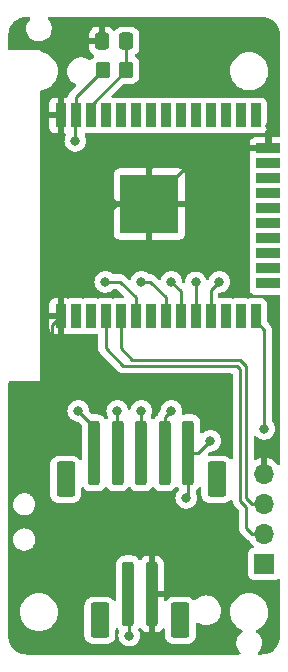
<source format=gbl>
G04 #@! TF.GenerationSoftware,KiCad,Pcbnew,(6.0.5)*
G04 #@! TF.CreationDate,2022-05-21T23:03:55+02:00*
G04 #@! TF.ProjectId,HighBong_V2,48696768-426f-46e6-975f-56322e6b6963,rev?*
G04 #@! TF.SameCoordinates,Original*
G04 #@! TF.FileFunction,Copper,L2,Bot*
G04 #@! TF.FilePolarity,Positive*
%FSLAX46Y46*%
G04 Gerber Fmt 4.6, Leading zero omitted, Abs format (unit mm)*
G04 Created by KiCad (PCBNEW (6.0.5)) date 2022-05-21 23:03:55*
%MOMM*%
%LPD*%
G01*
G04 APERTURE LIST*
G04 Aperture macros list*
%AMRoundRect*
0 Rectangle with rounded corners*
0 $1 Rounding radius*
0 $2 $3 $4 $5 $6 $7 $8 $9 X,Y pos of 4 corners*
0 Add a 4 corners polygon primitive as box body*
4,1,4,$2,$3,$4,$5,$6,$7,$8,$9,$2,$3,0*
0 Add four circle primitives for the rounded corners*
1,1,$1+$1,$2,$3*
1,1,$1+$1,$4,$5*
1,1,$1+$1,$6,$7*
1,1,$1+$1,$8,$9*
0 Add four rect primitives between the rounded corners*
20,1,$1+$1,$2,$3,$4,$5,0*
20,1,$1+$1,$4,$5,$6,$7,0*
20,1,$1+$1,$6,$7,$8,$9,0*
20,1,$1+$1,$8,$9,$2,$3,0*%
G04 Aperture macros list end*
G04 #@! TA.AperFunction,ComponentPad*
%ADD10R,1.700000X1.700000*%
G04 #@! TD*
G04 #@! TA.AperFunction,ComponentPad*
%ADD11O,1.700000X1.700000*%
G04 #@! TD*
G04 #@! TA.AperFunction,SMDPad,CuDef*
%ADD12RoundRect,0.250000X-0.250000X-2.500000X0.250000X-2.500000X0.250000X2.500000X-0.250000X2.500000X0*%
G04 #@! TD*
G04 #@! TA.AperFunction,SMDPad,CuDef*
%ADD13RoundRect,0.250000X-0.550000X-1.250000X0.550000X-1.250000X0.550000X1.250000X-0.550000X1.250000X0*%
G04 #@! TD*
G04 #@! TA.AperFunction,SMDPad,CuDef*
%ADD14RoundRect,0.250000X0.337500X0.475000X-0.337500X0.475000X-0.337500X-0.475000X0.337500X-0.475000X0*%
G04 #@! TD*
G04 #@! TA.AperFunction,SMDPad,CuDef*
%ADD15RoundRect,0.250000X-0.350000X-0.450000X0.350000X-0.450000X0.350000X0.450000X-0.350000X0.450000X0*%
G04 #@! TD*
G04 #@! TA.AperFunction,SMDPad,CuDef*
%ADD16R,0.900000X2.000000*%
G04 #@! TD*
G04 #@! TA.AperFunction,SMDPad,CuDef*
%ADD17R,2.000000X0.900000*%
G04 #@! TD*
G04 #@! TA.AperFunction,SMDPad,CuDef*
%ADD18R,5.000000X5.000000*%
G04 #@! TD*
G04 #@! TA.AperFunction,ViaPad*
%ADD19C,0.800000*%
G04 #@! TD*
G04 #@! TA.AperFunction,Conductor*
%ADD20C,0.250000*%
G04 #@! TD*
G04 APERTURE END LIST*
D10*
X122174000Y-146802000D03*
D11*
X122174000Y-144262000D03*
X122174000Y-141722000D03*
X122174000Y-139182000D03*
D12*
X107760000Y-137422000D03*
X109760000Y-137422000D03*
X111760000Y-137422000D03*
X113760000Y-137422000D03*
X115760000Y-137422000D03*
D13*
X118160000Y-139672000D03*
X105360000Y-139672000D03*
D14*
X110511500Y-102565200D03*
X108436500Y-102565200D03*
D15*
X108499400Y-105003600D03*
X110499400Y-105003600D03*
D12*
X110662000Y-149360000D03*
X112662000Y-149360000D03*
D13*
X115062000Y-151610000D03*
X108262000Y-151610000D03*
D16*
X104945000Y-108848000D03*
X106215000Y-108848000D03*
X107485000Y-108848000D03*
X108755000Y-108848000D03*
X110025000Y-108848000D03*
X111295000Y-108848000D03*
X112565000Y-108848000D03*
X113835000Y-108848000D03*
X115105000Y-108848000D03*
X116375000Y-108848000D03*
X117645000Y-108848000D03*
X118915000Y-108848000D03*
X120185000Y-108848000D03*
X121455000Y-108848000D03*
D17*
X122455000Y-111633000D03*
X122455000Y-112903000D03*
X122455000Y-114173000D03*
X122455000Y-115443000D03*
X122455000Y-116713000D03*
X122455000Y-117983000D03*
X122455000Y-119253000D03*
X122455000Y-120523000D03*
X122455000Y-121793000D03*
X122455000Y-123063000D03*
D16*
X121455000Y-125848000D03*
X120185000Y-125848000D03*
X118915000Y-125848000D03*
X117645000Y-125848000D03*
X116375000Y-125848000D03*
X115105000Y-125848000D03*
X113835000Y-125848000D03*
X112565000Y-125848000D03*
X111295000Y-125848000D03*
X110025000Y-125848000D03*
X108755000Y-125848000D03*
X107485000Y-125848000D03*
X106215000Y-125848000D03*
X104945000Y-125848000D03*
D18*
X112445000Y-116348000D03*
D19*
X122682000Y-109728000D03*
X104206000Y-128966000D03*
X112522000Y-145288000D03*
X122174000Y-135382000D03*
X118364000Y-122936000D03*
X115570000Y-141224000D03*
X106172000Y-110998000D03*
X117602000Y-136398000D03*
X106426000Y-133858000D03*
X114300000Y-122936000D03*
X110744000Y-152892000D03*
X109728000Y-133858000D03*
X111760000Y-133858000D03*
X114300000Y-133858000D03*
X116375000Y-122979000D03*
X111760000Y-122936000D03*
X108712000Y-122936000D03*
D20*
X110511500Y-102565200D02*
X110511500Y-104991500D01*
X110499400Y-105003600D02*
X107485000Y-108018000D01*
X110511500Y-104991500D02*
X110499400Y-105003600D01*
X107485000Y-108018000D02*
X107485000Y-108848000D01*
X104945000Y-125848000D02*
X104206000Y-126587000D01*
X108436500Y-102565200D02*
X105968800Y-102565200D01*
X105968800Y-102565200D02*
X104945000Y-103589000D01*
X112662000Y-149360000D02*
X112662000Y-145428000D01*
X104945000Y-121115000D02*
X104945000Y-125848000D01*
X104206000Y-126587000D02*
X104206000Y-128966000D01*
X122682000Y-111406000D02*
X122455000Y-111633000D01*
X122682000Y-109728000D02*
X122682000Y-111406000D01*
X104945000Y-103589000D02*
X104945000Y-108848000D01*
X104945000Y-108848000D02*
X104945000Y-111598000D01*
X109695000Y-116348000D02*
X112445000Y-116348000D01*
X104945000Y-111598000D02*
X109695000Y-116348000D01*
X112662000Y-145428000D02*
X112522000Y-145288000D01*
X109712000Y-116348000D02*
X104945000Y-121115000D01*
X112445000Y-116348000D02*
X117160000Y-111633000D01*
X117160000Y-111633000D02*
X122455000Y-111633000D01*
X112445000Y-116348000D02*
X109712000Y-116348000D01*
X120650000Y-130048000D02*
X120142000Y-129540000D01*
X121148000Y-141722000D02*
X120650000Y-141224000D01*
X110025000Y-128567000D02*
X110025000Y-125848000D01*
X120650000Y-141224000D02*
X120650000Y-130048000D01*
X122174000Y-141722000D02*
X121148000Y-141722000D01*
X120142000Y-129540000D02*
X110998000Y-129540000D01*
X110998000Y-129540000D02*
X110025000Y-128567000D01*
X122174000Y-127000000D02*
X121455000Y-126281000D01*
X122174000Y-135382000D02*
X122174000Y-127000000D01*
X121455000Y-126281000D02*
X121455000Y-125848000D01*
X117645000Y-125848000D02*
X117645000Y-123741000D01*
X117645000Y-123655000D02*
X118364000Y-122936000D01*
X117645000Y-123741000D02*
X117645000Y-123655000D01*
X115760000Y-137422000D02*
X115760000Y-141034000D01*
X115760000Y-141034000D02*
X115570000Y-141224000D01*
X106172000Y-108891000D02*
X106215000Y-108848000D01*
X115760000Y-137422000D02*
X116578000Y-137422000D01*
X106172000Y-110998000D02*
X106172000Y-108891000D01*
X108499400Y-105003600D02*
X106215000Y-107288000D01*
X116578000Y-137422000D02*
X117602000Y-136398000D01*
X106215000Y-107288000D02*
X106215000Y-108848000D01*
X107760000Y-135192000D02*
X107760000Y-137422000D01*
X106426000Y-133858000D02*
X107760000Y-135192000D01*
X115105000Y-123741000D02*
X115105000Y-125848000D01*
X114300000Y-122936000D02*
X115105000Y-123741000D01*
X110744000Y-149442000D02*
X110662000Y-149360000D01*
X110744000Y-152892000D02*
X110744000Y-149442000D01*
X109728000Y-137390000D02*
X109760000Y-137422000D01*
X109728000Y-133858000D02*
X109728000Y-137390000D01*
X111760000Y-133858000D02*
X111760000Y-137422000D01*
X114300000Y-133858000D02*
X113760000Y-134398000D01*
X113760000Y-134398000D02*
X113760000Y-137422000D01*
X120650000Y-141986000D02*
X120650000Y-143764000D01*
X108755000Y-125848000D02*
X108755000Y-128567000D01*
X120650000Y-143764000D02*
X121148000Y-144262000D01*
X119888000Y-130048000D02*
X120142000Y-130302000D01*
X120142000Y-141478000D02*
X120650000Y-141986000D01*
X120142000Y-130302000D02*
X120142000Y-141478000D01*
X121148000Y-144262000D02*
X122174000Y-144262000D01*
X108755000Y-128567000D02*
X110236000Y-130048000D01*
X110236000Y-130048000D02*
X119888000Y-130048000D01*
X116375000Y-125848000D02*
X116375000Y-122979000D01*
X112522000Y-122936000D02*
X113835000Y-124249000D01*
X113835000Y-124249000D02*
X113835000Y-125848000D01*
X111760000Y-122936000D02*
X112522000Y-122936000D01*
X109982000Y-122936000D02*
X108712000Y-122936000D01*
X111295000Y-124249000D02*
X109982000Y-122936000D01*
X111295000Y-125848000D02*
X111295000Y-124249000D01*
G04 #@! TA.AperFunction,Conductor*
G36*
X102319007Y-100528502D02*
G01*
X102365500Y-100582158D01*
X102375604Y-100652432D01*
X102346110Y-100717012D01*
X102333964Y-100729231D01*
X102309961Y-100750281D01*
X102186565Y-100906809D01*
X102093760Y-101083202D01*
X102034654Y-101273554D01*
X102011227Y-101471489D01*
X102013096Y-101500000D01*
X102024263Y-101670380D01*
X102025684Y-101675976D01*
X102025685Y-101675981D01*
X102054068Y-101787737D01*
X102073326Y-101863564D01*
X102075743Y-101868807D01*
X102131160Y-101989017D01*
X102156772Y-102044573D01*
X102271807Y-102207344D01*
X102414578Y-102346425D01*
X102580304Y-102457160D01*
X102585607Y-102459438D01*
X102585610Y-102459440D01*
X102758128Y-102533559D01*
X102763435Y-102535839D01*
X102835516Y-102552149D01*
X102952201Y-102578553D01*
X102952207Y-102578554D01*
X102957838Y-102579828D01*
X102963609Y-102580055D01*
X102963611Y-102580055D01*
X103024556Y-102582449D01*
X103157001Y-102587653D01*
X103256959Y-102573160D01*
X103348535Y-102559883D01*
X103348540Y-102559882D01*
X103354256Y-102559053D01*
X103359728Y-102557195D01*
X103359730Y-102557195D01*
X103537532Y-102496839D01*
X103537534Y-102496838D01*
X103542996Y-102494984D01*
X103716899Y-102397594D01*
X103842558Y-102293085D01*
X107341000Y-102293085D01*
X107345475Y-102308324D01*
X107346865Y-102309529D01*
X107354548Y-102311200D01*
X108164385Y-102311200D01*
X108179624Y-102306725D01*
X108180829Y-102305335D01*
X108182500Y-102297652D01*
X108182500Y-101350316D01*
X108178025Y-101335077D01*
X108176635Y-101333872D01*
X108168952Y-101332201D01*
X108051905Y-101332201D01*
X108045386Y-101332538D01*
X107949794Y-101342457D01*
X107936400Y-101345349D01*
X107782216Y-101396788D01*
X107769038Y-101402961D01*
X107631193Y-101488263D01*
X107619792Y-101497299D01*
X107505261Y-101612029D01*
X107496249Y-101623440D01*
X107411184Y-101761443D01*
X107405037Y-101774624D01*
X107353862Y-101928910D01*
X107350995Y-101942286D01*
X107341328Y-102036638D01*
X107341000Y-102043055D01*
X107341000Y-102293085D01*
X103842558Y-102293085D01*
X103870143Y-102270143D01*
X103997594Y-102116899D01*
X104094984Y-101942996D01*
X104156614Y-101761443D01*
X104157195Y-101759730D01*
X104157195Y-101759728D01*
X104159053Y-101754256D01*
X104159882Y-101748540D01*
X104159883Y-101748535D01*
X104185571Y-101571359D01*
X104187653Y-101557001D01*
X104189146Y-101500000D01*
X104174972Y-101345748D01*
X104171437Y-101307273D01*
X104171436Y-101307270D01*
X104170908Y-101301519D01*
X104142712Y-101201542D01*
X104118373Y-101115244D01*
X104118372Y-101115242D01*
X104116805Y-101109685D01*
X104103746Y-101083202D01*
X104031205Y-100936104D01*
X104028650Y-100930923D01*
X103909393Y-100771219D01*
X103861581Y-100727022D01*
X103825138Y-100666096D01*
X103827419Y-100595136D01*
X103867701Y-100536674D01*
X103933196Y-100509271D01*
X103947112Y-100508500D01*
X121950633Y-100508500D01*
X121970018Y-100510000D01*
X121984851Y-100512310D01*
X121984855Y-100512310D01*
X121993724Y-100513691D01*
X122008981Y-100511696D01*
X122034302Y-100510953D01*
X122203285Y-100523039D01*
X122221064Y-100525596D01*
X122411392Y-100566999D01*
X122428641Y-100572063D01*
X122611150Y-100640136D01*
X122627502Y-100647604D01*
X122798458Y-100740952D01*
X122813582Y-100750672D01*
X122969514Y-100867402D01*
X122983100Y-100879175D01*
X123120825Y-101016900D01*
X123132598Y-101030486D01*
X123249328Y-101186418D01*
X123259048Y-101201542D01*
X123352396Y-101372498D01*
X123359864Y-101388850D01*
X123427937Y-101571359D01*
X123433001Y-101588607D01*
X123474404Y-101778936D01*
X123476961Y-101796715D01*
X123488540Y-101958601D01*
X123487793Y-101976565D01*
X123487692Y-101984845D01*
X123486309Y-101993724D01*
X123487474Y-102002630D01*
X123490436Y-102025283D01*
X123491500Y-102041621D01*
X123491500Y-110549000D01*
X123471498Y-110617121D01*
X123417842Y-110663614D01*
X123365500Y-110675000D01*
X122727115Y-110675000D01*
X122711876Y-110679475D01*
X122710671Y-110680865D01*
X122709000Y-110688548D01*
X122709000Y-111761000D01*
X122688998Y-111829121D01*
X122635342Y-111875614D01*
X122583000Y-111887000D01*
X120965116Y-111887000D01*
X120949877Y-111891475D01*
X120948672Y-111892865D01*
X120947001Y-111900548D01*
X120947001Y-112127669D01*
X120947371Y-112134490D01*
X120952895Y-112185352D01*
X120956520Y-112200600D01*
X120964939Y-112223057D01*
X120970122Y-112293864D01*
X120964942Y-112311510D01*
X120953255Y-112342684D01*
X120946500Y-112404866D01*
X120946500Y-113401134D01*
X120953255Y-113463316D01*
X120964672Y-113493771D01*
X120969855Y-113564577D01*
X120964674Y-113582224D01*
X120953255Y-113612684D01*
X120946500Y-113674866D01*
X120946500Y-114671134D01*
X120953255Y-114733316D01*
X120964672Y-114763771D01*
X120969855Y-114834577D01*
X120964674Y-114852224D01*
X120953255Y-114882684D01*
X120946500Y-114944866D01*
X120946500Y-115941134D01*
X120953255Y-116003316D01*
X120964672Y-116033771D01*
X120969855Y-116104577D01*
X120964674Y-116122224D01*
X120953255Y-116152684D01*
X120946500Y-116214866D01*
X120946500Y-117211134D01*
X120953255Y-117273316D01*
X120964672Y-117303771D01*
X120969855Y-117374577D01*
X120964674Y-117392224D01*
X120953255Y-117422684D01*
X120946500Y-117484866D01*
X120946500Y-118481134D01*
X120953255Y-118543316D01*
X120964672Y-118573771D01*
X120969855Y-118644577D01*
X120964674Y-118662224D01*
X120953255Y-118692684D01*
X120946500Y-118754866D01*
X120946500Y-119751134D01*
X120953255Y-119813316D01*
X120964672Y-119843771D01*
X120969855Y-119914577D01*
X120964674Y-119932224D01*
X120953255Y-119962684D01*
X120946500Y-120024866D01*
X120946500Y-121021134D01*
X120953255Y-121083316D01*
X120964672Y-121113771D01*
X120969855Y-121184577D01*
X120964674Y-121202224D01*
X120953255Y-121232684D01*
X120946500Y-121294866D01*
X120946500Y-122291134D01*
X120953255Y-122353316D01*
X120964672Y-122383771D01*
X120969855Y-122454577D01*
X120964674Y-122472224D01*
X120953255Y-122502684D01*
X120946500Y-122564866D01*
X120946500Y-123561134D01*
X120953255Y-123623316D01*
X121004385Y-123759705D01*
X121091739Y-123876261D01*
X121208295Y-123963615D01*
X121344684Y-124014745D01*
X121406866Y-124021500D01*
X123365500Y-124021500D01*
X123433621Y-124041502D01*
X123480114Y-124095158D01*
X123491500Y-124147500D01*
X123491500Y-138291558D01*
X123471498Y-138359679D01*
X123417842Y-138406172D01*
X123347568Y-138416276D01*
X123282988Y-138386782D01*
X123259709Y-138359999D01*
X123256429Y-138354929D01*
X123250136Y-138346757D01*
X123106806Y-138189240D01*
X123099273Y-138182215D01*
X122932139Y-138050222D01*
X122923552Y-138044517D01*
X122737117Y-137941599D01*
X122727705Y-137937369D01*
X122526959Y-137866280D01*
X122516988Y-137863646D01*
X122445837Y-137850972D01*
X122432540Y-137852432D01*
X122428000Y-137866989D01*
X122428000Y-139310000D01*
X122407998Y-139378121D01*
X122354342Y-139424614D01*
X122302000Y-139436000D01*
X122046000Y-139436000D01*
X121977879Y-139415998D01*
X121931386Y-139362342D01*
X121920000Y-139310000D01*
X121920000Y-137865102D01*
X121916082Y-137851758D01*
X121901806Y-137849771D01*
X121863324Y-137855660D01*
X121853288Y-137858051D01*
X121650868Y-137924212D01*
X121641364Y-137928207D01*
X121467681Y-138018621D01*
X121398021Y-138032334D01*
X121332006Y-138006209D01*
X121290594Y-137948541D01*
X121283500Y-137906858D01*
X121283500Y-136078971D01*
X121303502Y-136010850D01*
X121357158Y-135964357D01*
X121427432Y-135954253D01*
X121492012Y-135983747D01*
X121503134Y-135994659D01*
X121562747Y-136060866D01*
X121717248Y-136173118D01*
X121723276Y-136175802D01*
X121723278Y-136175803D01*
X121795756Y-136208072D01*
X121891712Y-136250794D01*
X121985112Y-136270647D01*
X122072056Y-136289128D01*
X122072061Y-136289128D01*
X122078513Y-136290500D01*
X122269487Y-136290500D01*
X122275939Y-136289128D01*
X122275944Y-136289128D01*
X122362888Y-136270647D01*
X122456288Y-136250794D01*
X122552244Y-136208072D01*
X122624722Y-136175803D01*
X122624724Y-136175802D01*
X122630752Y-136173118D01*
X122785253Y-136060866D01*
X122816247Y-136026444D01*
X122908621Y-135923852D01*
X122908622Y-135923851D01*
X122913040Y-135918944D01*
X123008527Y-135753556D01*
X123067542Y-135571928D01*
X123072177Y-135527834D01*
X123086814Y-135388565D01*
X123087504Y-135382000D01*
X123067542Y-135192072D01*
X123008527Y-135010444D01*
X122913040Y-134845056D01*
X122839863Y-134763785D01*
X122809147Y-134699779D01*
X122807500Y-134679476D01*
X122807500Y-127078768D01*
X122808027Y-127067585D01*
X122809702Y-127060092D01*
X122807562Y-126992001D01*
X122807500Y-126988044D01*
X122807500Y-126960144D01*
X122806996Y-126956153D01*
X122806063Y-126944311D01*
X122804923Y-126908036D01*
X122804674Y-126900111D01*
X122799021Y-126880652D01*
X122795012Y-126861293D01*
X122794846Y-126859983D01*
X122792474Y-126841203D01*
X122789558Y-126833837D01*
X122789556Y-126833831D01*
X122776200Y-126800098D01*
X122772355Y-126788868D01*
X122762230Y-126754017D01*
X122762230Y-126754016D01*
X122760019Y-126746407D01*
X122749705Y-126728966D01*
X122741008Y-126711213D01*
X122736472Y-126699758D01*
X122733552Y-126692383D01*
X122707563Y-126656612D01*
X122701047Y-126646692D01*
X122682578Y-126615463D01*
X122678542Y-126608638D01*
X122664221Y-126594317D01*
X122651380Y-126579283D01*
X122644132Y-126569307D01*
X122639472Y-126562893D01*
X122605401Y-126534707D01*
X122596622Y-126526718D01*
X122450405Y-126380501D01*
X122416379Y-126318189D01*
X122413500Y-126291406D01*
X122413500Y-124799866D01*
X122406745Y-124737684D01*
X122355615Y-124601295D01*
X122268261Y-124484739D01*
X122151705Y-124397385D01*
X122015316Y-124346255D01*
X121953134Y-124339500D01*
X120956866Y-124339500D01*
X120894684Y-124346255D01*
X120864229Y-124357672D01*
X120793423Y-124362855D01*
X120775776Y-124357674D01*
X120745316Y-124346255D01*
X120683134Y-124339500D01*
X119686866Y-124339500D01*
X119624684Y-124346255D01*
X119594229Y-124357672D01*
X119523423Y-124362855D01*
X119505776Y-124357674D01*
X119475316Y-124346255D01*
X119413134Y-124339500D01*
X118416866Y-124339500D01*
X118413480Y-124339868D01*
X118411317Y-124339985D01*
X118342214Y-124323698D01*
X118292886Y-124272636D01*
X118278500Y-124214170D01*
X118278500Y-123970500D01*
X118298502Y-123902379D01*
X118352158Y-123855886D01*
X118404500Y-123844500D01*
X118459487Y-123844500D01*
X118465939Y-123843128D01*
X118465944Y-123843128D01*
X118552887Y-123824647D01*
X118646288Y-123804794D01*
X118731420Y-123766891D01*
X118814722Y-123729803D01*
X118814724Y-123729802D01*
X118820752Y-123727118D01*
X118975253Y-123614866D01*
X119020575Y-123564531D01*
X119098621Y-123477852D01*
X119098622Y-123477851D01*
X119103040Y-123472944D01*
X119198527Y-123307556D01*
X119257542Y-123125928D01*
X119277504Y-122936000D01*
X119262751Y-122795635D01*
X119258232Y-122752635D01*
X119258232Y-122752633D01*
X119257542Y-122746072D01*
X119198527Y-122564444D01*
X119103040Y-122399056D01*
X119088798Y-122383238D01*
X118979675Y-122262045D01*
X118979674Y-122262044D01*
X118975253Y-122257134D01*
X118820752Y-122144882D01*
X118814724Y-122142198D01*
X118814722Y-122142197D01*
X118652319Y-122069891D01*
X118652318Y-122069891D01*
X118646288Y-122067206D01*
X118552887Y-122047353D01*
X118465944Y-122028872D01*
X118465939Y-122028872D01*
X118459487Y-122027500D01*
X118268513Y-122027500D01*
X118262061Y-122028872D01*
X118262056Y-122028872D01*
X118175113Y-122047353D01*
X118081712Y-122067206D01*
X118075682Y-122069891D01*
X118075681Y-122069891D01*
X117913278Y-122142197D01*
X117913276Y-122142198D01*
X117907248Y-122144882D01*
X117752747Y-122257134D01*
X117748326Y-122262044D01*
X117748325Y-122262045D01*
X117639203Y-122383238D01*
X117624960Y-122399056D01*
X117529473Y-122564444D01*
X117527432Y-122570726D01*
X117482347Y-122709482D01*
X117442273Y-122768087D01*
X117376876Y-122795724D01*
X117306920Y-122783617D01*
X117254614Y-122735611D01*
X117242681Y-122709481D01*
X117211569Y-122613729D01*
X117209527Y-122607444D01*
X117114040Y-122442056D01*
X117084864Y-122409652D01*
X116990675Y-122305045D01*
X116990674Y-122305044D01*
X116986253Y-122300134D01*
X116831752Y-122187882D01*
X116825724Y-122185198D01*
X116825722Y-122185197D01*
X116663319Y-122112891D01*
X116663318Y-122112891D01*
X116657288Y-122110206D01*
X116563887Y-122090353D01*
X116476944Y-122071872D01*
X116476939Y-122071872D01*
X116470487Y-122070500D01*
X116279513Y-122070500D01*
X116273061Y-122071872D01*
X116273056Y-122071872D01*
X116186113Y-122090353D01*
X116092712Y-122110206D01*
X116086682Y-122112891D01*
X116086681Y-122112891D01*
X115924278Y-122185197D01*
X115924276Y-122185198D01*
X115918248Y-122187882D01*
X115763747Y-122300134D01*
X115759326Y-122305044D01*
X115759325Y-122305045D01*
X115665137Y-122409652D01*
X115635960Y-122442056D01*
X115540473Y-122607444D01*
X115481458Y-122789072D01*
X115480768Y-122795633D01*
X115480768Y-122795635D01*
X115467938Y-122917705D01*
X115440925Y-122983362D01*
X115382703Y-123023991D01*
X115311758Y-123026694D01*
X115253533Y-122993629D01*
X115247122Y-122987218D01*
X115213096Y-122924906D01*
X115210907Y-122911293D01*
X115194232Y-122752635D01*
X115194232Y-122752633D01*
X115193542Y-122746072D01*
X115134527Y-122564444D01*
X115039040Y-122399056D01*
X115024798Y-122383238D01*
X114915675Y-122262045D01*
X114915674Y-122262044D01*
X114911253Y-122257134D01*
X114756752Y-122144882D01*
X114750724Y-122142198D01*
X114750722Y-122142197D01*
X114588319Y-122069891D01*
X114588318Y-122069891D01*
X114582288Y-122067206D01*
X114488887Y-122047353D01*
X114401944Y-122028872D01*
X114401939Y-122028872D01*
X114395487Y-122027500D01*
X114204513Y-122027500D01*
X114198061Y-122028872D01*
X114198056Y-122028872D01*
X114111113Y-122047353D01*
X114017712Y-122067206D01*
X114011682Y-122069891D01*
X114011681Y-122069891D01*
X113849278Y-122142197D01*
X113849276Y-122142198D01*
X113843248Y-122144882D01*
X113688747Y-122257134D01*
X113684326Y-122262044D01*
X113684325Y-122262045D01*
X113575203Y-122383238D01*
X113560960Y-122399056D01*
X113465473Y-122564444D01*
X113451502Y-122607444D01*
X113426226Y-122685234D01*
X113386153Y-122743840D01*
X113320756Y-122771477D01*
X113250799Y-122759370D01*
X113217298Y-122735393D01*
X113025652Y-122543747D01*
X113018112Y-122535461D01*
X113014000Y-122528982D01*
X112964348Y-122482356D01*
X112961507Y-122479602D01*
X112941770Y-122459865D01*
X112938573Y-122457385D01*
X112929551Y-122449680D01*
X112903100Y-122424841D01*
X112897321Y-122419414D01*
X112890375Y-122415595D01*
X112890372Y-122415593D01*
X112879566Y-122409652D01*
X112863047Y-122398801D01*
X112857048Y-122394148D01*
X112847041Y-122386386D01*
X112839772Y-122383241D01*
X112839768Y-122383238D01*
X112806463Y-122368826D01*
X112795813Y-122363609D01*
X112757060Y-122342305D01*
X112737437Y-122337267D01*
X112718734Y-122330863D01*
X112707420Y-122325967D01*
X112707419Y-122325967D01*
X112700145Y-122322819D01*
X112692322Y-122321580D01*
X112692312Y-122321577D01*
X112656476Y-122315901D01*
X112644856Y-122313495D01*
X112609711Y-122304472D01*
X112609710Y-122304472D01*
X112602030Y-122302500D01*
X112581776Y-122302500D01*
X112562065Y-122300949D01*
X112556920Y-122300134D01*
X112542057Y-122297780D01*
X112517155Y-122300134D01*
X112498039Y-122301941D01*
X112486181Y-122302500D01*
X112468200Y-122302500D01*
X112400079Y-122282498D01*
X112380853Y-122266157D01*
X112380580Y-122266460D01*
X112375668Y-122262037D01*
X112371253Y-122257134D01*
X112216752Y-122144882D01*
X112210724Y-122142198D01*
X112210722Y-122142197D01*
X112048319Y-122069891D01*
X112048318Y-122069891D01*
X112042288Y-122067206D01*
X111948887Y-122047353D01*
X111861944Y-122028872D01*
X111861939Y-122028872D01*
X111855487Y-122027500D01*
X111664513Y-122027500D01*
X111658061Y-122028872D01*
X111658056Y-122028872D01*
X111571113Y-122047353D01*
X111477712Y-122067206D01*
X111471682Y-122069891D01*
X111471681Y-122069891D01*
X111309278Y-122142197D01*
X111309276Y-122142198D01*
X111303248Y-122144882D01*
X111148747Y-122257134D01*
X111144326Y-122262044D01*
X111144325Y-122262045D01*
X111035203Y-122383238D01*
X111020960Y-122399056D01*
X110925473Y-122564444D01*
X110911502Y-122607444D01*
X110886226Y-122685234D01*
X110846153Y-122743840D01*
X110780756Y-122771477D01*
X110710799Y-122759370D01*
X110677298Y-122735393D01*
X110485652Y-122543747D01*
X110478112Y-122535461D01*
X110474000Y-122528982D01*
X110424348Y-122482356D01*
X110421507Y-122479602D01*
X110401770Y-122459865D01*
X110398573Y-122457385D01*
X110389551Y-122449680D01*
X110363100Y-122424841D01*
X110357321Y-122419414D01*
X110350375Y-122415595D01*
X110350372Y-122415593D01*
X110339566Y-122409652D01*
X110323047Y-122398801D01*
X110317048Y-122394148D01*
X110307041Y-122386386D01*
X110299772Y-122383241D01*
X110299768Y-122383238D01*
X110266463Y-122368826D01*
X110255813Y-122363609D01*
X110217060Y-122342305D01*
X110197437Y-122337267D01*
X110178734Y-122330863D01*
X110167420Y-122325967D01*
X110167419Y-122325967D01*
X110160145Y-122322819D01*
X110152322Y-122321580D01*
X110152312Y-122321577D01*
X110116476Y-122315901D01*
X110104856Y-122313495D01*
X110069711Y-122304472D01*
X110069710Y-122304472D01*
X110062030Y-122302500D01*
X110041776Y-122302500D01*
X110022065Y-122300949D01*
X110016920Y-122300134D01*
X110002057Y-122297780D01*
X109977155Y-122300134D01*
X109958039Y-122301941D01*
X109946181Y-122302500D01*
X109420200Y-122302500D01*
X109352079Y-122282498D01*
X109332853Y-122266157D01*
X109332580Y-122266460D01*
X109327668Y-122262037D01*
X109323253Y-122257134D01*
X109168752Y-122144882D01*
X109162724Y-122142198D01*
X109162722Y-122142197D01*
X109000319Y-122069891D01*
X109000318Y-122069891D01*
X108994288Y-122067206D01*
X108900887Y-122047353D01*
X108813944Y-122028872D01*
X108813939Y-122028872D01*
X108807487Y-122027500D01*
X108616513Y-122027500D01*
X108610061Y-122028872D01*
X108610056Y-122028872D01*
X108523113Y-122047353D01*
X108429712Y-122067206D01*
X108423682Y-122069891D01*
X108423681Y-122069891D01*
X108261278Y-122142197D01*
X108261276Y-122142198D01*
X108255248Y-122144882D01*
X108100747Y-122257134D01*
X108096326Y-122262044D01*
X108096325Y-122262045D01*
X107987203Y-122383238D01*
X107972960Y-122399056D01*
X107877473Y-122564444D01*
X107818458Y-122746072D01*
X107817768Y-122752633D01*
X107817768Y-122752635D01*
X107813249Y-122795635D01*
X107798496Y-122936000D01*
X107818458Y-123125928D01*
X107877473Y-123307556D01*
X107972960Y-123472944D01*
X107977378Y-123477851D01*
X107977379Y-123477852D01*
X108055425Y-123564531D01*
X108100747Y-123614866D01*
X108255248Y-123727118D01*
X108261276Y-123729802D01*
X108261278Y-123729803D01*
X108344580Y-123766891D01*
X108429712Y-123804794D01*
X108523113Y-123824647D01*
X108610056Y-123843128D01*
X108610061Y-123843128D01*
X108616513Y-123844500D01*
X108807487Y-123844500D01*
X108813939Y-123843128D01*
X108813944Y-123843128D01*
X108900887Y-123824647D01*
X108994288Y-123804794D01*
X109079420Y-123766891D01*
X109162722Y-123729803D01*
X109162724Y-123729802D01*
X109168752Y-123727118D01*
X109180123Y-123718857D01*
X109316439Y-123619817D01*
X109323253Y-123614866D01*
X109327668Y-123609963D01*
X109332580Y-123605540D01*
X109333705Y-123606789D01*
X109387014Y-123573949D01*
X109420200Y-123569500D01*
X109667406Y-123569500D01*
X109735527Y-123589502D01*
X109756501Y-123606405D01*
X110274501Y-124124405D01*
X110308527Y-124186717D01*
X110303462Y-124257532D01*
X110260915Y-124314368D01*
X110194395Y-124339179D01*
X110185406Y-124339500D01*
X109526866Y-124339500D01*
X109464684Y-124346255D01*
X109434229Y-124357672D01*
X109363423Y-124362855D01*
X109345776Y-124357674D01*
X109315316Y-124346255D01*
X109253134Y-124339500D01*
X108256866Y-124339500D01*
X108194684Y-124346255D01*
X108164229Y-124357672D01*
X108093423Y-124362855D01*
X108075776Y-124357674D01*
X108045316Y-124346255D01*
X107983134Y-124339500D01*
X106986866Y-124339500D01*
X106924684Y-124346255D01*
X106894229Y-124357672D01*
X106823423Y-124362855D01*
X106805776Y-124357674D01*
X106775316Y-124346255D01*
X106713134Y-124339500D01*
X105716866Y-124339500D01*
X105654684Y-124346255D01*
X105623517Y-124357939D01*
X105552712Y-124363122D01*
X105535057Y-124357939D01*
X105512602Y-124349521D01*
X105497351Y-124345895D01*
X105446486Y-124340369D01*
X105439672Y-124340000D01*
X105217115Y-124340000D01*
X105201876Y-124344475D01*
X105200671Y-124345865D01*
X105199000Y-124353548D01*
X105199000Y-127337884D01*
X105203475Y-127353123D01*
X105204865Y-127354328D01*
X105212548Y-127355999D01*
X105439669Y-127355999D01*
X105446490Y-127355629D01*
X105497352Y-127350105D01*
X105512600Y-127346480D01*
X105535057Y-127338061D01*
X105605864Y-127332878D01*
X105623510Y-127338058D01*
X105654684Y-127349745D01*
X105716866Y-127356500D01*
X106713134Y-127356500D01*
X106775316Y-127349745D01*
X106805771Y-127338328D01*
X106876577Y-127333145D01*
X106894224Y-127338326D01*
X106924684Y-127349745D01*
X106986866Y-127356500D01*
X107983134Y-127356500D01*
X107986520Y-127356132D01*
X107988683Y-127356015D01*
X108057786Y-127372302D01*
X108107114Y-127423364D01*
X108121500Y-127481830D01*
X108121500Y-128488233D01*
X108120973Y-128499416D01*
X108119298Y-128506909D01*
X108119547Y-128514835D01*
X108119547Y-128514836D01*
X108121438Y-128574986D01*
X108121500Y-128578945D01*
X108121500Y-128606856D01*
X108121997Y-128610790D01*
X108121997Y-128610791D01*
X108122005Y-128610856D01*
X108122938Y-128622693D01*
X108124327Y-128666889D01*
X108129978Y-128686339D01*
X108133987Y-128705700D01*
X108136526Y-128725797D01*
X108139445Y-128733168D01*
X108139445Y-128733170D01*
X108152804Y-128766912D01*
X108156649Y-128778142D01*
X108168982Y-128820593D01*
X108173015Y-128827412D01*
X108173017Y-128827417D01*
X108179293Y-128838028D01*
X108187988Y-128855776D01*
X108195448Y-128874617D01*
X108200110Y-128881033D01*
X108200110Y-128881034D01*
X108221436Y-128910387D01*
X108227952Y-128920307D01*
X108242162Y-128944334D01*
X108250458Y-128958362D01*
X108264779Y-128972683D01*
X108277619Y-128987716D01*
X108289528Y-129004107D01*
X108312866Y-129023414D01*
X108323605Y-129032298D01*
X108332384Y-129040288D01*
X109732343Y-130440247D01*
X109739887Y-130448537D01*
X109744000Y-130455018D01*
X109749777Y-130460443D01*
X109793667Y-130501658D01*
X109796509Y-130504413D01*
X109816230Y-130524134D01*
X109819425Y-130526612D01*
X109828447Y-130534318D01*
X109860679Y-130564586D01*
X109867628Y-130568406D01*
X109878432Y-130574346D01*
X109894956Y-130585199D01*
X109910959Y-130597613D01*
X109951543Y-130615176D01*
X109962173Y-130620383D01*
X110000940Y-130641695D01*
X110008617Y-130643666D01*
X110008622Y-130643668D01*
X110020558Y-130646732D01*
X110039266Y-130653137D01*
X110057855Y-130661181D01*
X110065683Y-130662421D01*
X110065690Y-130662423D01*
X110101524Y-130668099D01*
X110113144Y-130670505D01*
X110148289Y-130679528D01*
X110155970Y-130681500D01*
X110176224Y-130681500D01*
X110195934Y-130683051D01*
X110215943Y-130686220D01*
X110223835Y-130685474D01*
X110259961Y-130682059D01*
X110271819Y-130681500D01*
X119382500Y-130681500D01*
X119450621Y-130701502D01*
X119497114Y-130755158D01*
X119508500Y-130807500D01*
X119508500Y-137843509D01*
X119488498Y-137911630D01*
X119434842Y-137958123D01*
X119364568Y-137968227D01*
X119299988Y-137938733D01*
X119293482Y-137932682D01*
X119188483Y-137827866D01*
X119183303Y-137822695D01*
X119177072Y-137818854D01*
X119038968Y-137733725D01*
X119038966Y-137733724D01*
X119032738Y-137729885D01*
X118872254Y-137676655D01*
X118871389Y-137676368D01*
X118871387Y-137676368D01*
X118864861Y-137674203D01*
X118858025Y-137673503D01*
X118858022Y-137673502D01*
X118814969Y-137669091D01*
X118760400Y-137663500D01*
X117559600Y-137663500D01*
X117547689Y-137664736D01*
X117477869Y-137651872D01*
X117426086Y-137603302D01*
X117408783Y-137534446D01*
X117431453Y-137467166D01*
X117445590Y-137450314D01*
X117552499Y-137343405D01*
X117614811Y-137309379D01*
X117641594Y-137306500D01*
X117697487Y-137306500D01*
X117703939Y-137305128D01*
X117703944Y-137305128D01*
X117790888Y-137286647D01*
X117884288Y-137266794D01*
X117890319Y-137264109D01*
X118052722Y-137191803D01*
X118052724Y-137191802D01*
X118058752Y-137189118D01*
X118213253Y-137076866D01*
X118341040Y-136934944D01*
X118436527Y-136769556D01*
X118495542Y-136587928D01*
X118515504Y-136398000D01*
X118514814Y-136391435D01*
X118496232Y-136214635D01*
X118496232Y-136214633D01*
X118495542Y-136208072D01*
X118436527Y-136026444D01*
X118341040Y-135861056D01*
X118213253Y-135719134D01*
X118058752Y-135606882D01*
X118052724Y-135604198D01*
X118052722Y-135604197D01*
X117890319Y-135531891D01*
X117890318Y-135531891D01*
X117884288Y-135529206D01*
X117790888Y-135509353D01*
X117703944Y-135490872D01*
X117703939Y-135490872D01*
X117697487Y-135489500D01*
X117506513Y-135489500D01*
X117500061Y-135490872D01*
X117500056Y-135490872D01*
X117413112Y-135509353D01*
X117319712Y-135529206D01*
X117313682Y-135531891D01*
X117313681Y-135531891D01*
X117151278Y-135604197D01*
X117151276Y-135604198D01*
X117145248Y-135606882D01*
X116990747Y-135719134D01*
X116986325Y-135724045D01*
X116981423Y-135728459D01*
X116980097Y-135726986D01*
X116927694Y-135759273D01*
X116856710Y-135757924D01*
X116797725Y-135718412D01*
X116769464Y-135653282D01*
X116768500Y-135637724D01*
X116768500Y-134871600D01*
X116761754Y-134806579D01*
X116758238Y-134772692D01*
X116758237Y-134772688D01*
X116757526Y-134765834D01*
X116743606Y-134724109D01*
X116703868Y-134605002D01*
X116701550Y-134598054D01*
X116608478Y-134447652D01*
X116598427Y-134437618D01*
X116488483Y-134327866D01*
X116483303Y-134322695D01*
X116477072Y-134318854D01*
X116338968Y-134233725D01*
X116338966Y-134233724D01*
X116332738Y-134229885D01*
X116190063Y-134182562D01*
X116171389Y-134176368D01*
X116171387Y-134176368D01*
X116164861Y-134174203D01*
X116158025Y-134173503D01*
X116158022Y-134173502D01*
X116114969Y-134169091D01*
X116060400Y-134163500D01*
X115459600Y-134163500D01*
X115456354Y-134163837D01*
X115456350Y-134163837D01*
X115360694Y-134173762D01*
X115360692Y-134173762D01*
X115353834Y-134174474D01*
X115347292Y-134176656D01*
X115346225Y-134176887D01*
X115275417Y-134171715D01*
X115218645Y-134129083D01*
X115193935Y-134062525D01*
X115194317Y-134040556D01*
X115212814Y-133864565D01*
X115213504Y-133858000D01*
X115210612Y-133830480D01*
X115194232Y-133674635D01*
X115194232Y-133674633D01*
X115193542Y-133668072D01*
X115134527Y-133486444D01*
X115039040Y-133321056D01*
X114911253Y-133179134D01*
X114756752Y-133066882D01*
X114750724Y-133064198D01*
X114750722Y-133064197D01*
X114588319Y-132991891D01*
X114588318Y-132991891D01*
X114582288Y-132989206D01*
X114488888Y-132969353D01*
X114401944Y-132950872D01*
X114401939Y-132950872D01*
X114395487Y-132949500D01*
X114204513Y-132949500D01*
X114198061Y-132950872D01*
X114198056Y-132950872D01*
X114111112Y-132969353D01*
X114017712Y-132989206D01*
X114011682Y-132991891D01*
X114011681Y-132991891D01*
X113849278Y-133064197D01*
X113849276Y-133064198D01*
X113843248Y-133066882D01*
X113688747Y-133179134D01*
X113560960Y-133321056D01*
X113465473Y-133486444D01*
X113406458Y-133668072D01*
X113405768Y-133674633D01*
X113405768Y-133674635D01*
X113389388Y-133830480D01*
X113362375Y-133896137D01*
X113352816Y-133905844D01*
X113352982Y-133906000D01*
X113306357Y-133955651D01*
X113303602Y-133958493D01*
X113283865Y-133978230D01*
X113281385Y-133981427D01*
X113273682Y-133990447D01*
X113243414Y-134022679D01*
X113239595Y-134029625D01*
X113239593Y-134029628D01*
X113233652Y-134040434D01*
X113222801Y-134056953D01*
X113210386Y-134072959D01*
X113207241Y-134080228D01*
X113207238Y-134080232D01*
X113192826Y-134113537D01*
X113187609Y-134124187D01*
X113166305Y-134162940D01*
X113164334Y-134170615D01*
X113164334Y-134170616D01*
X113161267Y-134182562D01*
X113154863Y-134201266D01*
X113146819Y-134219855D01*
X113146330Y-134219643D01*
X113111025Y-134274924D01*
X113094548Y-134287076D01*
X113035652Y-134323522D01*
X112910695Y-134448697D01*
X112906855Y-134454927D01*
X112906854Y-134454928D01*
X112867255Y-134519170D01*
X112814483Y-134566663D01*
X112744411Y-134578087D01*
X112679288Y-134549813D01*
X112652851Y-134519358D01*
X112652735Y-134519170D01*
X112608478Y-134447652D01*
X112598580Y-134437771D01*
X112588235Y-134427444D01*
X112554156Y-134365161D01*
X112559159Y-134294341D01*
X112568133Y-134275272D01*
X112579834Y-134255005D01*
X112594527Y-134229556D01*
X112653542Y-134047928D01*
X112655466Y-134029628D01*
X112672814Y-133864565D01*
X112673504Y-133858000D01*
X112670612Y-133830480D01*
X112654232Y-133674635D01*
X112654232Y-133674633D01*
X112653542Y-133668072D01*
X112594527Y-133486444D01*
X112499040Y-133321056D01*
X112371253Y-133179134D01*
X112216752Y-133066882D01*
X112210724Y-133064198D01*
X112210722Y-133064197D01*
X112048319Y-132991891D01*
X112048318Y-132991891D01*
X112042288Y-132989206D01*
X111948888Y-132969353D01*
X111861944Y-132950872D01*
X111861939Y-132950872D01*
X111855487Y-132949500D01*
X111664513Y-132949500D01*
X111658061Y-132950872D01*
X111658056Y-132950872D01*
X111571112Y-132969353D01*
X111477712Y-132989206D01*
X111471682Y-132991891D01*
X111471681Y-132991891D01*
X111309278Y-133064197D01*
X111309276Y-133064198D01*
X111303248Y-133066882D01*
X111148747Y-133179134D01*
X111020960Y-133321056D01*
X110925473Y-133486444D01*
X110866458Y-133668072D01*
X110866318Y-133669401D01*
X110833518Y-133730156D01*
X110771368Y-133764477D01*
X110700529Y-133759748D01*
X110643492Y-133717472D01*
X110621724Y-133669808D01*
X110621542Y-133668072D01*
X110562527Y-133486444D01*
X110467040Y-133321056D01*
X110339253Y-133179134D01*
X110184752Y-133066882D01*
X110178724Y-133064198D01*
X110178722Y-133064197D01*
X110016319Y-132991891D01*
X110016318Y-132991891D01*
X110010288Y-132989206D01*
X109916888Y-132969353D01*
X109829944Y-132950872D01*
X109829939Y-132950872D01*
X109823487Y-132949500D01*
X109632513Y-132949500D01*
X109626061Y-132950872D01*
X109626056Y-132950872D01*
X109539112Y-132969353D01*
X109445712Y-132989206D01*
X109439682Y-132991891D01*
X109439681Y-132991891D01*
X109277278Y-133064197D01*
X109277276Y-133064198D01*
X109271248Y-133066882D01*
X109116747Y-133179134D01*
X108988960Y-133321056D01*
X108893473Y-133486444D01*
X108834458Y-133668072D01*
X108833768Y-133674633D01*
X108833768Y-133674635D01*
X108817388Y-133830480D01*
X108814496Y-133858000D01*
X108815186Y-133864565D01*
X108832535Y-134029628D01*
X108834458Y-134047928D01*
X108893473Y-134229556D01*
X108896776Y-134235277D01*
X108896777Y-134235279D01*
X108931646Y-134295673D01*
X108948384Y-134364668D01*
X108925164Y-134431760D01*
X108920211Y-134437618D01*
X108920404Y-134437771D01*
X108915866Y-134443517D01*
X108910695Y-134448697D01*
X108906855Y-134454927D01*
X108906854Y-134454928D01*
X108867255Y-134519170D01*
X108814483Y-134566663D01*
X108744411Y-134578087D01*
X108679288Y-134549813D01*
X108652851Y-134519358D01*
X108652735Y-134519170D01*
X108608478Y-134447652D01*
X108598427Y-134437618D01*
X108488483Y-134327866D01*
X108483303Y-134322695D01*
X108477072Y-134318854D01*
X108338968Y-134233725D01*
X108338966Y-134233724D01*
X108332738Y-134229885D01*
X108190063Y-134182562D01*
X108171389Y-134176368D01*
X108171387Y-134176368D01*
X108164861Y-134174203D01*
X108158025Y-134173503D01*
X108158022Y-134173502D01*
X108114969Y-134169091D01*
X108060400Y-134163500D01*
X107679594Y-134163500D01*
X107611473Y-134143498D01*
X107590499Y-134126595D01*
X107373122Y-133909218D01*
X107339096Y-133846906D01*
X107336907Y-133833293D01*
X107336612Y-133830480D01*
X107319542Y-133668072D01*
X107260527Y-133486444D01*
X107165040Y-133321056D01*
X107037253Y-133179134D01*
X106882752Y-133066882D01*
X106876724Y-133064198D01*
X106876722Y-133064197D01*
X106714319Y-132991891D01*
X106714318Y-132991891D01*
X106708288Y-132989206D01*
X106614888Y-132969353D01*
X106527944Y-132950872D01*
X106527939Y-132950872D01*
X106521487Y-132949500D01*
X106330513Y-132949500D01*
X106324061Y-132950872D01*
X106324056Y-132950872D01*
X106237112Y-132969353D01*
X106143712Y-132989206D01*
X106137682Y-132991891D01*
X106137681Y-132991891D01*
X105975278Y-133064197D01*
X105975276Y-133064198D01*
X105969248Y-133066882D01*
X105814747Y-133179134D01*
X105686960Y-133321056D01*
X105591473Y-133486444D01*
X105532458Y-133668072D01*
X105531768Y-133674633D01*
X105531768Y-133674635D01*
X105515388Y-133830480D01*
X105512496Y-133858000D01*
X105513186Y-133864565D01*
X105530535Y-134029628D01*
X105532458Y-134047928D01*
X105591473Y-134229556D01*
X105686960Y-134394944D01*
X105691378Y-134399851D01*
X105691379Y-134399852D01*
X105730695Y-134443517D01*
X105814747Y-134536866D01*
X105969248Y-134649118D01*
X105975276Y-134651802D01*
X105975278Y-134651803D01*
X106137681Y-134724109D01*
X106143712Y-134726794D01*
X106237113Y-134746647D01*
X106324056Y-134765128D01*
X106324061Y-134765128D01*
X106330513Y-134766500D01*
X106386405Y-134766500D01*
X106454526Y-134786502D01*
X106475501Y-134803405D01*
X106714596Y-135042501D01*
X106748621Y-135104813D01*
X106751500Y-135131596D01*
X106751500Y-137897312D01*
X106731498Y-137965433D01*
X106677842Y-138011926D01*
X106607568Y-138022030D01*
X106542988Y-137992536D01*
X106518357Y-137963617D01*
X106508478Y-137947652D01*
X106383303Y-137822695D01*
X106377072Y-137818854D01*
X106238968Y-137733725D01*
X106238966Y-137733724D01*
X106232738Y-137729885D01*
X106072254Y-137676655D01*
X106071389Y-137676368D01*
X106071387Y-137676368D01*
X106064861Y-137674203D01*
X106058025Y-137673503D01*
X106058022Y-137673502D01*
X106014969Y-137669091D01*
X105960400Y-137663500D01*
X104759600Y-137663500D01*
X104756354Y-137663837D01*
X104756350Y-137663837D01*
X104660692Y-137673762D01*
X104660688Y-137673763D01*
X104653834Y-137674474D01*
X104647298Y-137676655D01*
X104647296Y-137676655D01*
X104515194Y-137720728D01*
X104486054Y-137730450D01*
X104335652Y-137823522D01*
X104210695Y-137948697D01*
X104117885Y-138099262D01*
X104062203Y-138267139D01*
X104051500Y-138371600D01*
X104051500Y-140972400D01*
X104051837Y-140975646D01*
X104051837Y-140975650D01*
X104060429Y-141058453D01*
X104062474Y-141078166D01*
X104118450Y-141245946D01*
X104211522Y-141396348D01*
X104216704Y-141401521D01*
X104278451Y-141463161D01*
X104336697Y-141521305D01*
X104342927Y-141525145D01*
X104342928Y-141525146D01*
X104480090Y-141609694D01*
X104487262Y-141614115D01*
X104495056Y-141616700D01*
X104648611Y-141667632D01*
X104648613Y-141667632D01*
X104655139Y-141669797D01*
X104661975Y-141670497D01*
X104661978Y-141670498D01*
X104705031Y-141674909D01*
X104759600Y-141680500D01*
X105960400Y-141680500D01*
X105963646Y-141680163D01*
X105963650Y-141680163D01*
X106059308Y-141670238D01*
X106059312Y-141670237D01*
X106066166Y-141669526D01*
X106072702Y-141667345D01*
X106072704Y-141667345D01*
X106224504Y-141616700D01*
X106233946Y-141613550D01*
X106384348Y-141520478D01*
X106509305Y-141395303D01*
X106513146Y-141389072D01*
X106598275Y-141250968D01*
X106598276Y-141250966D01*
X106602115Y-141244738D01*
X106657797Y-141076861D01*
X106668500Y-140972400D01*
X106668500Y-140446688D01*
X106688502Y-140378567D01*
X106742158Y-140332074D01*
X106812432Y-140321970D01*
X106877012Y-140351464D01*
X106901643Y-140380383D01*
X106911522Y-140396348D01*
X107036697Y-140521305D01*
X107042927Y-140525145D01*
X107042928Y-140525146D01*
X107180090Y-140609694D01*
X107187262Y-140614115D01*
X107267005Y-140640564D01*
X107348611Y-140667632D01*
X107348613Y-140667632D01*
X107355139Y-140669797D01*
X107361975Y-140670497D01*
X107361978Y-140670498D01*
X107405031Y-140674909D01*
X107459600Y-140680500D01*
X108060400Y-140680500D01*
X108063646Y-140680163D01*
X108063650Y-140680163D01*
X108159308Y-140670238D01*
X108159312Y-140670237D01*
X108166166Y-140669526D01*
X108172702Y-140667345D01*
X108172704Y-140667345D01*
X108304806Y-140623272D01*
X108333946Y-140613550D01*
X108484348Y-140520478D01*
X108609305Y-140395303D01*
X108652746Y-140324829D01*
X108705517Y-140277337D01*
X108775589Y-140265913D01*
X108840712Y-140294187D01*
X108867148Y-140324641D01*
X108911522Y-140396348D01*
X109036697Y-140521305D01*
X109042927Y-140525145D01*
X109042928Y-140525146D01*
X109180090Y-140609694D01*
X109187262Y-140614115D01*
X109267005Y-140640564D01*
X109348611Y-140667632D01*
X109348613Y-140667632D01*
X109355139Y-140669797D01*
X109361975Y-140670497D01*
X109361978Y-140670498D01*
X109405031Y-140674909D01*
X109459600Y-140680500D01*
X110060400Y-140680500D01*
X110063646Y-140680163D01*
X110063650Y-140680163D01*
X110159308Y-140670238D01*
X110159312Y-140670237D01*
X110166166Y-140669526D01*
X110172702Y-140667345D01*
X110172704Y-140667345D01*
X110304806Y-140623272D01*
X110333946Y-140613550D01*
X110484348Y-140520478D01*
X110609305Y-140395303D01*
X110652746Y-140324829D01*
X110705517Y-140277337D01*
X110775589Y-140265913D01*
X110840712Y-140294187D01*
X110867148Y-140324641D01*
X110911522Y-140396348D01*
X111036697Y-140521305D01*
X111042927Y-140525145D01*
X111042928Y-140525146D01*
X111180090Y-140609694D01*
X111187262Y-140614115D01*
X111267005Y-140640564D01*
X111348611Y-140667632D01*
X111348613Y-140667632D01*
X111355139Y-140669797D01*
X111361975Y-140670497D01*
X111361978Y-140670498D01*
X111405031Y-140674909D01*
X111459600Y-140680500D01*
X112060400Y-140680500D01*
X112063646Y-140680163D01*
X112063650Y-140680163D01*
X112159308Y-140670238D01*
X112159312Y-140670237D01*
X112166166Y-140669526D01*
X112172702Y-140667345D01*
X112172704Y-140667345D01*
X112304806Y-140623272D01*
X112333946Y-140613550D01*
X112484348Y-140520478D01*
X112609305Y-140395303D01*
X112652746Y-140324829D01*
X112705517Y-140277337D01*
X112775589Y-140265913D01*
X112840712Y-140294187D01*
X112867148Y-140324641D01*
X112911522Y-140396348D01*
X113036697Y-140521305D01*
X113042927Y-140525145D01*
X113042928Y-140525146D01*
X113180090Y-140609694D01*
X113187262Y-140614115D01*
X113267005Y-140640564D01*
X113348611Y-140667632D01*
X113348613Y-140667632D01*
X113355139Y-140669797D01*
X113361975Y-140670497D01*
X113361978Y-140670498D01*
X113405031Y-140674909D01*
X113459600Y-140680500D01*
X114060400Y-140680500D01*
X114063646Y-140680163D01*
X114063650Y-140680163D01*
X114159308Y-140670238D01*
X114159312Y-140670237D01*
X114166166Y-140669526D01*
X114172702Y-140667345D01*
X114172704Y-140667345D01*
X114304806Y-140623272D01*
X114333946Y-140613550D01*
X114484348Y-140520478D01*
X114609305Y-140395303D01*
X114652746Y-140324829D01*
X114705517Y-140277337D01*
X114775589Y-140265913D01*
X114840712Y-140294187D01*
X114867148Y-140324641D01*
X114911522Y-140396348D01*
X114916703Y-140401520D01*
X114916707Y-140401525D01*
X114922248Y-140407056D01*
X114956329Y-140469338D01*
X114951327Y-140540158D01*
X114926871Y-140580536D01*
X114830960Y-140687056D01*
X114735473Y-140852444D01*
X114676458Y-141034072D01*
X114675768Y-141040633D01*
X114675768Y-141040635D01*
X114671136Y-141084704D01*
X114656496Y-141224000D01*
X114657186Y-141230565D01*
X114673846Y-141389072D01*
X114676458Y-141413928D01*
X114735473Y-141595556D01*
X114738776Y-141601278D01*
X114738777Y-141601279D01*
X114763540Y-141644170D01*
X114830960Y-141760944D01*
X114835378Y-141765851D01*
X114835379Y-141765852D01*
X114947790Y-141890697D01*
X114958747Y-141902866D01*
X115113248Y-142015118D01*
X115119276Y-142017802D01*
X115119278Y-142017803D01*
X115211836Y-142059012D01*
X115287712Y-142092794D01*
X115381112Y-142112647D01*
X115468056Y-142131128D01*
X115468061Y-142131128D01*
X115474513Y-142132500D01*
X115665487Y-142132500D01*
X115671939Y-142131128D01*
X115671944Y-142131128D01*
X115758888Y-142112647D01*
X115852288Y-142092794D01*
X115928164Y-142059012D01*
X116020722Y-142017803D01*
X116020724Y-142017802D01*
X116026752Y-142015118D01*
X116181253Y-141902866D01*
X116192210Y-141890697D01*
X116304621Y-141765852D01*
X116304622Y-141765851D01*
X116309040Y-141760944D01*
X116376460Y-141644170D01*
X116401223Y-141601279D01*
X116401224Y-141601278D01*
X116404527Y-141595556D01*
X116463542Y-141413928D01*
X116466155Y-141389072D01*
X116482814Y-141230565D01*
X116483504Y-141224000D01*
X116468864Y-141084704D01*
X116464232Y-141040635D01*
X116464232Y-141040633D01*
X116463542Y-141034072D01*
X116433115Y-140940427D01*
X116406568Y-140858725D01*
X116406567Y-140858724D01*
X116404527Y-140852444D01*
X116403845Y-140851263D01*
X116393500Y-140802592D01*
X116393500Y-140646899D01*
X116413502Y-140578778D01*
X116453197Y-140539755D01*
X116478120Y-140524332D01*
X116484348Y-140520478D01*
X116609305Y-140395303D01*
X116618241Y-140380807D01*
X116671013Y-140333314D01*
X116741085Y-140321892D01*
X116806208Y-140350166D01*
X116845708Y-140409160D01*
X116851500Y-140446924D01*
X116851500Y-140972400D01*
X116851837Y-140975646D01*
X116851837Y-140975650D01*
X116860429Y-141058453D01*
X116862474Y-141078166D01*
X116918450Y-141245946D01*
X117011522Y-141396348D01*
X117016704Y-141401521D01*
X117078451Y-141463161D01*
X117136697Y-141521305D01*
X117142927Y-141525145D01*
X117142928Y-141525146D01*
X117280090Y-141609694D01*
X117287262Y-141614115D01*
X117295056Y-141616700D01*
X117448611Y-141667632D01*
X117448613Y-141667632D01*
X117455139Y-141669797D01*
X117461975Y-141670497D01*
X117461978Y-141670498D01*
X117505031Y-141674909D01*
X117559600Y-141680500D01*
X118760400Y-141680500D01*
X118763646Y-141680163D01*
X118763650Y-141680163D01*
X118859308Y-141670238D01*
X118859312Y-141670237D01*
X118866166Y-141669526D01*
X118872702Y-141667345D01*
X118872704Y-141667345D01*
X119024504Y-141616700D01*
X119033946Y-141613550D01*
X119184348Y-141520478D01*
X119286738Y-141417909D01*
X119293327Y-141411309D01*
X119355610Y-141377230D01*
X119426430Y-141382233D01*
X119483302Y-141424730D01*
X119508171Y-141491229D01*
X119508500Y-141500327D01*
X119508500Y-141517856D01*
X119508997Y-141521790D01*
X119508997Y-141521791D01*
X119509005Y-141521856D01*
X119509938Y-141533693D01*
X119511327Y-141577889D01*
X119514634Y-141589271D01*
X119516978Y-141597339D01*
X119520987Y-141616700D01*
X119523526Y-141636797D01*
X119526445Y-141644168D01*
X119526445Y-141644170D01*
X119539804Y-141677912D01*
X119543649Y-141689142D01*
X119555982Y-141731593D01*
X119560015Y-141738412D01*
X119560017Y-141738417D01*
X119566293Y-141749028D01*
X119574988Y-141766776D01*
X119582448Y-141785617D01*
X119587110Y-141792033D01*
X119587110Y-141792034D01*
X119608436Y-141821387D01*
X119614952Y-141831307D01*
X119637458Y-141869362D01*
X119651779Y-141883683D01*
X119664619Y-141898716D01*
X119676528Y-141915107D01*
X119682634Y-141920158D01*
X119710605Y-141943298D01*
X119719384Y-141951288D01*
X119979595Y-142211499D01*
X120013621Y-142273811D01*
X120016500Y-142300594D01*
X120016500Y-143685233D01*
X120015973Y-143696416D01*
X120014298Y-143703909D01*
X120014547Y-143711835D01*
X120014547Y-143711836D01*
X120016438Y-143771986D01*
X120016500Y-143775945D01*
X120016500Y-143803856D01*
X120016997Y-143807790D01*
X120016997Y-143807791D01*
X120017005Y-143807856D01*
X120017938Y-143819693D01*
X120019327Y-143863889D01*
X120024978Y-143883339D01*
X120028987Y-143902700D01*
X120031526Y-143922797D01*
X120034445Y-143930168D01*
X120034445Y-143930170D01*
X120047804Y-143963912D01*
X120051649Y-143975142D01*
X120063982Y-144017593D01*
X120068015Y-144024412D01*
X120068017Y-144024417D01*
X120074293Y-144035028D01*
X120082988Y-144052776D01*
X120090448Y-144071617D01*
X120095110Y-144078033D01*
X120095110Y-144078034D01*
X120116436Y-144107387D01*
X120122952Y-144117307D01*
X120145458Y-144155362D01*
X120159779Y-144169683D01*
X120172619Y-144184716D01*
X120184528Y-144201107D01*
X120218605Y-144229298D01*
X120227384Y-144237288D01*
X120644343Y-144654247D01*
X120651887Y-144662537D01*
X120656000Y-144669018D01*
X120661777Y-144674443D01*
X120705667Y-144715658D01*
X120708509Y-144718413D01*
X120728230Y-144738134D01*
X120731425Y-144740612D01*
X120740447Y-144748318D01*
X120743063Y-144750775D01*
X120772679Y-144778586D01*
X120779628Y-144782406D01*
X120790432Y-144788346D01*
X120806956Y-144799199D01*
X120822959Y-144811613D01*
X120863543Y-144829176D01*
X120874173Y-144834383D01*
X120912940Y-144855695D01*
X120916192Y-144856530D01*
X120970563Y-144898954D01*
X120975634Y-144906590D01*
X121006791Y-144957434D01*
X121051722Y-145030754D01*
X121073987Y-145067088D01*
X121220250Y-145235938D01*
X121224230Y-145239242D01*
X121228981Y-145243187D01*
X121268616Y-145302090D01*
X121270113Y-145373071D01*
X121232997Y-145433593D01*
X121192724Y-145458112D01*
X121077295Y-145501385D01*
X120960739Y-145588739D01*
X120873385Y-145705295D01*
X120822255Y-145841684D01*
X120815500Y-145903866D01*
X120815500Y-147700134D01*
X120822255Y-147762316D01*
X120873385Y-147898705D01*
X120960739Y-148015261D01*
X121077295Y-148102615D01*
X121213684Y-148153745D01*
X121275866Y-148160500D01*
X123072134Y-148160500D01*
X123134316Y-148153745D01*
X123270705Y-148102615D01*
X123289935Y-148088203D01*
X123356442Y-148063355D01*
X123425824Y-148078408D01*
X123476054Y-148128582D01*
X123491500Y-148189029D01*
X123491500Y-152950633D01*
X123490000Y-152970018D01*
X123487690Y-152984851D01*
X123487690Y-152984855D01*
X123486309Y-152993724D01*
X123488136Y-153007693D01*
X123488304Y-153008976D01*
X123489047Y-153034302D01*
X123477986Y-153188968D01*
X123476962Y-153203279D01*
X123474404Y-153221064D01*
X123448636Y-153339521D01*
X123433001Y-153411392D01*
X123427937Y-153428641D01*
X123359864Y-153611150D01*
X123352396Y-153627502D01*
X123259048Y-153798458D01*
X123249328Y-153813582D01*
X123132598Y-153969514D01*
X123120825Y-153983100D01*
X122983100Y-154120825D01*
X122969514Y-154132598D01*
X122813582Y-154249328D01*
X122798458Y-154259048D01*
X122627502Y-154352396D01*
X122611150Y-154359864D01*
X122428641Y-154427937D01*
X122411393Y-154433001D01*
X122221064Y-154474404D01*
X122203285Y-154476961D01*
X122041395Y-154488540D01*
X122023435Y-154487793D01*
X122015155Y-154487692D01*
X122006276Y-154486309D01*
X121974714Y-154490436D01*
X121958379Y-154491500D01*
X121752229Y-154491500D01*
X121684108Y-154471498D01*
X121637615Y-154417842D01*
X121627511Y-154347568D01*
X121657005Y-154282988D01*
X121663134Y-154276405D01*
X121665705Y-154273834D01*
X121670143Y-154270143D01*
X121797594Y-154116899D01*
X121894984Y-153942996D01*
X121938915Y-153813582D01*
X121957195Y-153759730D01*
X121957195Y-153759728D01*
X121959053Y-153754256D01*
X121959882Y-153748540D01*
X121959883Y-153748535D01*
X121980602Y-153605632D01*
X121987653Y-153557001D01*
X121989146Y-153500000D01*
X121973829Y-153333303D01*
X121971437Y-153307273D01*
X121971436Y-153307270D01*
X121970908Y-153301519D01*
X121961816Y-153269279D01*
X121918373Y-153115244D01*
X121918372Y-153115242D01*
X121916805Y-153109685D01*
X121903746Y-153083202D01*
X121831205Y-152936104D01*
X121828650Y-152930923D01*
X121810923Y-152907183D01*
X121712850Y-152775849D01*
X121709393Y-152771219D01*
X121563030Y-152635922D01*
X121510945Y-152603059D01*
X121464008Y-152549794D01*
X121453318Y-152479607D01*
X121482272Y-152414782D01*
X121529963Y-152380089D01*
X121627928Y-152339511D01*
X121627932Y-152339509D01*
X121632502Y-152337616D01*
X121848376Y-152205328D01*
X122040898Y-152040898D01*
X122205328Y-151848376D01*
X122337616Y-151632502D01*
X122404370Y-151471345D01*
X122432611Y-151403164D01*
X122432612Y-151403162D01*
X122434505Y-151398591D01*
X122454821Y-151313968D01*
X122492454Y-151157216D01*
X122492455Y-151157210D01*
X122493609Y-151152403D01*
X122513474Y-150900000D01*
X122493609Y-150647597D01*
X122483203Y-150604250D01*
X122435660Y-150406221D01*
X122434505Y-150401409D01*
X122428846Y-150387746D01*
X122339511Y-150172072D01*
X122339509Y-150172068D01*
X122337616Y-150167498D01*
X122205328Y-149951624D01*
X122040898Y-149759102D01*
X121848376Y-149594672D01*
X121632502Y-149462384D01*
X121627932Y-149460491D01*
X121627928Y-149460489D01*
X121403164Y-149367389D01*
X121403162Y-149367388D01*
X121398591Y-149365495D01*
X121313968Y-149345179D01*
X121157216Y-149307546D01*
X121157210Y-149307545D01*
X121152403Y-149306391D01*
X120900000Y-149286526D01*
X120647597Y-149306391D01*
X120642790Y-149307545D01*
X120642784Y-149307546D01*
X120486032Y-149345179D01*
X120401409Y-149365495D01*
X120396838Y-149367388D01*
X120396836Y-149367389D01*
X120172072Y-149460489D01*
X120172068Y-149460491D01*
X120167498Y-149462384D01*
X119951624Y-149594672D01*
X119759102Y-149759102D01*
X119594672Y-149951624D01*
X119462384Y-150167498D01*
X119460491Y-150172068D01*
X119460489Y-150172072D01*
X119371154Y-150387746D01*
X119365495Y-150401409D01*
X119364340Y-150406221D01*
X119316798Y-150604250D01*
X119306391Y-150647597D01*
X119286526Y-150900000D01*
X119306391Y-151152403D01*
X119307545Y-151157210D01*
X119307546Y-151157216D01*
X119345179Y-151313968D01*
X119365495Y-151398591D01*
X119367388Y-151403162D01*
X119367389Y-151403164D01*
X119395631Y-151471345D01*
X119462384Y-151632502D01*
X119594672Y-151848376D01*
X119759102Y-152040898D01*
X119951624Y-152205328D01*
X120167498Y-152337616D01*
X120172068Y-152339509D01*
X120172072Y-152339511D01*
X120268409Y-152379415D01*
X120323690Y-152423964D01*
X120346111Y-152491327D01*
X120328553Y-152560118D01*
X120284614Y-152604109D01*
X120259816Y-152618862D01*
X120109961Y-152750281D01*
X119986565Y-152906809D01*
X119983876Y-152911920D01*
X119983874Y-152911923D01*
X119976312Y-152926296D01*
X119893760Y-153083202D01*
X119885537Y-153109685D01*
X119850950Y-153221074D01*
X119834654Y-153273554D01*
X119811227Y-153471489D01*
X119813096Y-153500000D01*
X119824263Y-153670380D01*
X119825684Y-153675976D01*
X119825685Y-153675981D01*
X119858799Y-153806366D01*
X119873326Y-153863564D01*
X119875743Y-153868807D01*
X119912265Y-153948029D01*
X119956772Y-154044573D01*
X119960105Y-154049289D01*
X120010662Y-154120825D01*
X120071807Y-154207344D01*
X120136273Y-154270143D01*
X120141511Y-154275246D01*
X120176349Y-154337107D01*
X120172212Y-154407983D01*
X120130413Y-154465371D01*
X120064224Y-154491050D01*
X120053590Y-154491500D01*
X102049367Y-154491500D01*
X102029982Y-154490000D01*
X102015149Y-154487690D01*
X102015145Y-154487690D01*
X102006276Y-154486309D01*
X101991019Y-154488304D01*
X101965698Y-154489047D01*
X101796715Y-154476961D01*
X101778936Y-154474404D01*
X101588607Y-154433001D01*
X101571359Y-154427937D01*
X101388850Y-154359864D01*
X101372498Y-154352396D01*
X101201542Y-154259048D01*
X101186418Y-154249328D01*
X101030486Y-154132598D01*
X101016900Y-154120825D01*
X100879175Y-153983100D01*
X100867402Y-153969514D01*
X100750672Y-153813582D01*
X100740952Y-153798458D01*
X100647604Y-153627502D01*
X100640136Y-153611150D01*
X100572063Y-153428641D01*
X100566999Y-153411392D01*
X100551364Y-153339521D01*
X100525596Y-153221064D01*
X100523038Y-153203278D01*
X100521656Y-153183946D01*
X100511719Y-153045011D01*
X100512805Y-153022245D01*
X100512334Y-153022203D01*
X100512770Y-153017345D01*
X100513576Y-153012552D01*
X100513729Y-153000000D01*
X100509773Y-152972376D01*
X100508500Y-152954514D01*
X100508500Y-152910400D01*
X106953500Y-152910400D01*
X106953837Y-152913646D01*
X106953837Y-152913650D01*
X106963595Y-153007693D01*
X106964474Y-153016166D01*
X106966655Y-153022702D01*
X106966655Y-153022704D01*
X106988682Y-153088727D01*
X107020450Y-153183946D01*
X107113522Y-153334348D01*
X107238697Y-153459305D01*
X107244927Y-153463145D01*
X107244928Y-153463146D01*
X107382090Y-153547694D01*
X107389262Y-153552115D01*
X107403993Y-153557001D01*
X107550611Y-153605632D01*
X107550613Y-153605632D01*
X107557139Y-153607797D01*
X107563975Y-153608497D01*
X107563978Y-153608498D01*
X107607031Y-153612909D01*
X107661600Y-153618500D01*
X108862400Y-153618500D01*
X108865646Y-153618163D01*
X108865650Y-153618163D01*
X108961308Y-153608238D01*
X108961312Y-153608237D01*
X108968166Y-153607526D01*
X108974702Y-153605345D01*
X108974704Y-153605345D01*
X109119607Y-153557001D01*
X109135946Y-153551550D01*
X109286348Y-153458478D01*
X109411305Y-153333303D01*
X109450770Y-153269279D01*
X109500275Y-153188968D01*
X109500276Y-153188966D01*
X109504115Y-153182738D01*
X109539729Y-153075365D01*
X109557632Y-153021389D01*
X109557632Y-153021387D01*
X109559797Y-153014861D01*
X109560532Y-153007693D01*
X109570172Y-152913598D01*
X109570500Y-152910400D01*
X109570500Y-152384688D01*
X109590502Y-152316567D01*
X109644158Y-152270074D01*
X109714432Y-152259970D01*
X109779012Y-152289464D01*
X109803643Y-152318383D01*
X109813522Y-152334348D01*
X109818704Y-152339521D01*
X109818708Y-152339526D01*
X109876931Y-152397647D01*
X109911011Y-152459929D01*
X109907747Y-152525756D01*
X109850458Y-152702072D01*
X109830496Y-152892000D01*
X109831186Y-152898565D01*
X109842791Y-153008976D01*
X109850458Y-153081928D01*
X109909473Y-153263556D01*
X110004960Y-153428944D01*
X110009378Y-153433851D01*
X110009379Y-153433852D01*
X110116923Y-153553292D01*
X110132747Y-153570866D01*
X110287248Y-153683118D01*
X110293276Y-153685802D01*
X110293278Y-153685803D01*
X110447027Y-153754256D01*
X110461712Y-153760794D01*
X110555113Y-153780647D01*
X110642056Y-153799128D01*
X110642061Y-153799128D01*
X110648513Y-153800500D01*
X110839487Y-153800500D01*
X110845939Y-153799128D01*
X110845944Y-153799128D01*
X110932887Y-153780647D01*
X111026288Y-153760794D01*
X111040973Y-153754256D01*
X111194722Y-153685803D01*
X111194724Y-153685802D01*
X111200752Y-153683118D01*
X111355253Y-153570866D01*
X111371077Y-153553292D01*
X111478621Y-153433852D01*
X111478622Y-153433851D01*
X111483040Y-153428944D01*
X111578527Y-153263556D01*
X111637542Y-153081928D01*
X111645210Y-153008976D01*
X111656814Y-152898565D01*
X111657504Y-152892000D01*
X111637542Y-152702072D01*
X111578527Y-152520444D01*
X111527818Y-152432613D01*
X111511080Y-152363619D01*
X111529677Y-152303498D01*
X111539716Y-152287212D01*
X111555040Y-152262352D01*
X111607811Y-152214860D01*
X111677882Y-152203436D01*
X111743006Y-152231710D01*
X111769443Y-152262166D01*
X111810063Y-152327807D01*
X111819099Y-152339208D01*
X111933829Y-152453739D01*
X111945240Y-152462751D01*
X112083243Y-152547816D01*
X112096424Y-152553963D01*
X112250710Y-152605138D01*
X112264086Y-152608005D01*
X112358438Y-152617672D01*
X112364854Y-152618000D01*
X112389885Y-152618000D01*
X112405124Y-152613525D01*
X112406329Y-152612135D01*
X112408000Y-152604452D01*
X112408000Y-152599884D01*
X112916000Y-152599884D01*
X112920475Y-152615123D01*
X112921865Y-152616328D01*
X112929548Y-152617999D01*
X112959095Y-152617999D01*
X112965614Y-152617662D01*
X113061206Y-152607743D01*
X113074600Y-152604851D01*
X113228784Y-152553412D01*
X113241962Y-152547239D01*
X113379807Y-152461937D01*
X113391208Y-152452901D01*
X113505739Y-152338171D01*
X113514751Y-152326760D01*
X113520240Y-152317855D01*
X113573012Y-152270362D01*
X113643084Y-152258938D01*
X113708208Y-152287212D01*
X113747707Y-152346206D01*
X113753500Y-152383971D01*
X113753500Y-152910400D01*
X113753837Y-152913646D01*
X113753837Y-152913650D01*
X113763595Y-153007693D01*
X113764474Y-153016166D01*
X113766655Y-153022702D01*
X113766655Y-153022704D01*
X113788682Y-153088727D01*
X113820450Y-153183946D01*
X113913522Y-153334348D01*
X114038697Y-153459305D01*
X114044927Y-153463145D01*
X114044928Y-153463146D01*
X114182090Y-153547694D01*
X114189262Y-153552115D01*
X114203993Y-153557001D01*
X114350611Y-153605632D01*
X114350613Y-153605632D01*
X114357139Y-153607797D01*
X114363975Y-153608497D01*
X114363978Y-153608498D01*
X114407031Y-153612909D01*
X114461600Y-153618500D01*
X115662400Y-153618500D01*
X115665646Y-153618163D01*
X115665650Y-153618163D01*
X115761308Y-153608238D01*
X115761312Y-153608237D01*
X115768166Y-153607526D01*
X115774702Y-153605345D01*
X115774704Y-153605345D01*
X115919607Y-153557001D01*
X115935946Y-153551550D01*
X116086348Y-153458478D01*
X116211305Y-153333303D01*
X116250770Y-153269279D01*
X116300275Y-153188968D01*
X116300276Y-153188966D01*
X116304115Y-153182738D01*
X116339729Y-153075365D01*
X116357632Y-153021389D01*
X116357632Y-153021387D01*
X116359797Y-153014861D01*
X116360532Y-153007693D01*
X116370172Y-152913598D01*
X116370500Y-152910400D01*
X116370500Y-151912556D01*
X116390502Y-151844435D01*
X116444158Y-151797942D01*
X116514432Y-151787838D01*
X116568771Y-151809343D01*
X116618346Y-151844056D01*
X116817924Y-151937120D01*
X117030629Y-151994115D01*
X117250000Y-152013307D01*
X117469371Y-151994115D01*
X117682076Y-151937120D01*
X117881654Y-151844056D01*
X118062038Y-151717749D01*
X118217749Y-151562038D01*
X118267141Y-151491500D01*
X118340899Y-151386162D01*
X118340900Y-151386160D01*
X118344056Y-151381653D01*
X118346379Y-151376671D01*
X118346382Y-151376666D01*
X118393585Y-151275438D01*
X118437120Y-151182076D01*
X118494115Y-150969371D01*
X118513307Y-150750000D01*
X118494115Y-150530629D01*
X118437120Y-150317924D01*
X118381484Y-150198611D01*
X118346382Y-150123334D01*
X118346379Y-150123329D01*
X118344056Y-150118347D01*
X118286434Y-150036054D01*
X118220908Y-149942473D01*
X118220906Y-149942470D01*
X118217749Y-149937962D01*
X118062038Y-149782251D01*
X117881654Y-149655944D01*
X117682076Y-149562880D01*
X117469371Y-149505885D01*
X117250000Y-149486693D01*
X117030629Y-149505885D01*
X116817924Y-149562880D01*
X116734380Y-149601837D01*
X116623334Y-149653618D01*
X116623329Y-149653621D01*
X116618347Y-149655944D01*
X116613840Y-149659100D01*
X116613838Y-149659101D01*
X116442473Y-149779092D01*
X116442470Y-149779094D01*
X116437962Y-149782251D01*
X116361591Y-149858622D01*
X116299279Y-149892648D01*
X116228464Y-149887583D01*
X116183481Y-149858702D01*
X116085303Y-149760695D01*
X116079072Y-149756854D01*
X115940968Y-149671725D01*
X115940966Y-149671724D01*
X115934738Y-149667885D01*
X115813125Y-149627548D01*
X115773389Y-149614368D01*
X115773387Y-149614368D01*
X115766861Y-149612203D01*
X115760025Y-149611503D01*
X115760022Y-149611502D01*
X115716969Y-149607091D01*
X115662400Y-149601500D01*
X114461600Y-149601500D01*
X114458354Y-149601837D01*
X114458350Y-149601837D01*
X114362692Y-149611762D01*
X114362688Y-149611763D01*
X114355834Y-149612474D01*
X114349298Y-149614655D01*
X114349296Y-149614655D01*
X114232511Y-149653618D01*
X114188054Y-149668450D01*
X114037652Y-149761522D01*
X113912695Y-149886697D01*
X113908854Y-149892928D01*
X113908852Y-149892931D01*
X113903259Y-149902004D01*
X113850486Y-149949497D01*
X113780415Y-149960919D01*
X113715291Y-149932645D01*
X113675792Y-149873650D01*
X113670000Y-149835887D01*
X113670000Y-149632115D01*
X113665525Y-149616876D01*
X113664135Y-149615671D01*
X113656452Y-149614000D01*
X112934115Y-149614000D01*
X112918876Y-149618475D01*
X112917671Y-149619865D01*
X112916000Y-149627548D01*
X112916000Y-152599884D01*
X112408000Y-152599884D01*
X112408000Y-149087885D01*
X112916000Y-149087885D01*
X112920475Y-149103124D01*
X112921865Y-149104329D01*
X112929548Y-149106000D01*
X113651884Y-149106000D01*
X113667123Y-149101525D01*
X113668328Y-149100135D01*
X113669999Y-149092452D01*
X113669999Y-146812905D01*
X113669662Y-146806386D01*
X113659743Y-146710794D01*
X113656851Y-146697400D01*
X113605412Y-146543216D01*
X113599239Y-146530038D01*
X113513937Y-146392193D01*
X113504901Y-146380792D01*
X113390171Y-146266261D01*
X113378760Y-146257249D01*
X113240757Y-146172184D01*
X113227576Y-146166037D01*
X113073290Y-146114862D01*
X113059914Y-146111995D01*
X112965562Y-146102328D01*
X112959145Y-146102000D01*
X112934115Y-146102000D01*
X112918876Y-146106475D01*
X112917671Y-146107865D01*
X112916000Y-146115548D01*
X112916000Y-149087885D01*
X112408000Y-149087885D01*
X112408000Y-146120116D01*
X112403525Y-146104877D01*
X112402135Y-146103672D01*
X112394452Y-146102001D01*
X112364905Y-146102001D01*
X112358386Y-146102338D01*
X112262794Y-146112257D01*
X112249400Y-146115149D01*
X112095216Y-146166588D01*
X112082038Y-146172761D01*
X111944193Y-146258063D01*
X111932792Y-146267099D01*
X111818261Y-146381829D01*
X111809249Y-146393240D01*
X111769549Y-146457646D01*
X111716777Y-146505139D01*
X111646706Y-146516563D01*
X111581582Y-146488289D01*
X111555145Y-146457833D01*
X111514332Y-146391880D01*
X111510478Y-146385652D01*
X111385303Y-146260695D01*
X111379072Y-146256854D01*
X111240968Y-146171725D01*
X111240966Y-146171724D01*
X111234738Y-146167885D01*
X111154995Y-146141436D01*
X111073389Y-146114368D01*
X111073387Y-146114368D01*
X111066861Y-146112203D01*
X111060025Y-146111503D01*
X111060022Y-146111502D01*
X111016969Y-146107091D01*
X110962400Y-146101500D01*
X110361600Y-146101500D01*
X110358354Y-146101837D01*
X110358350Y-146101837D01*
X110262692Y-146111762D01*
X110262688Y-146111763D01*
X110255834Y-146112474D01*
X110249298Y-146114655D01*
X110249296Y-146114655D01*
X110232928Y-146120116D01*
X110088054Y-146168450D01*
X109937652Y-146261522D01*
X109812695Y-146386697D01*
X109808855Y-146392927D01*
X109808854Y-146392928D01*
X109750073Y-146488289D01*
X109719885Y-146537262D01*
X109664203Y-146705139D01*
X109653500Y-146809600D01*
X109653500Y-149835312D01*
X109633498Y-149903433D01*
X109579842Y-149949926D01*
X109509568Y-149960030D01*
X109444988Y-149930536D01*
X109420357Y-149901617D01*
X109410478Y-149885652D01*
X109285303Y-149760695D01*
X109279072Y-149756854D01*
X109140968Y-149671725D01*
X109140966Y-149671724D01*
X109134738Y-149667885D01*
X109013125Y-149627548D01*
X108973389Y-149614368D01*
X108973387Y-149614368D01*
X108966861Y-149612203D01*
X108960025Y-149611503D01*
X108960022Y-149611502D01*
X108916969Y-149607091D01*
X108862400Y-149601500D01*
X107661600Y-149601500D01*
X107658354Y-149601837D01*
X107658350Y-149601837D01*
X107562692Y-149611762D01*
X107562688Y-149611763D01*
X107555834Y-149612474D01*
X107549298Y-149614655D01*
X107549296Y-149614655D01*
X107432511Y-149653618D01*
X107388054Y-149668450D01*
X107237652Y-149761522D01*
X107112695Y-149886697D01*
X107108855Y-149892927D01*
X107108854Y-149892928D01*
X107081095Y-149937962D01*
X107019885Y-150037262D01*
X107017581Y-150044209D01*
X106978088Y-150163278D01*
X106964203Y-150205139D01*
X106953500Y-150309600D01*
X106953500Y-152910400D01*
X100508500Y-152910400D01*
X100508500Y-150900000D01*
X101486526Y-150900000D01*
X101506391Y-151152403D01*
X101507545Y-151157210D01*
X101507546Y-151157216D01*
X101545179Y-151313968D01*
X101565495Y-151398591D01*
X101567388Y-151403162D01*
X101567389Y-151403164D01*
X101595631Y-151471345D01*
X101662384Y-151632502D01*
X101794672Y-151848376D01*
X101959102Y-152040898D01*
X102151624Y-152205328D01*
X102367498Y-152337616D01*
X102372068Y-152339509D01*
X102372072Y-152339511D01*
X102596836Y-152432611D01*
X102601409Y-152434505D01*
X102678035Y-152452901D01*
X102842784Y-152492454D01*
X102842790Y-152492455D01*
X102847597Y-152493609D01*
X103100000Y-152513474D01*
X103352403Y-152493609D01*
X103357210Y-152492455D01*
X103357216Y-152492454D01*
X103521965Y-152452901D01*
X103598591Y-152434505D01*
X103603164Y-152432611D01*
X103827928Y-152339511D01*
X103827932Y-152339509D01*
X103832502Y-152337616D01*
X104048376Y-152205328D01*
X104240898Y-152040898D01*
X104405328Y-151848376D01*
X104537616Y-151632502D01*
X104604370Y-151471345D01*
X104632611Y-151403164D01*
X104632612Y-151403162D01*
X104634505Y-151398591D01*
X104654821Y-151313968D01*
X104692454Y-151157216D01*
X104692455Y-151157210D01*
X104693609Y-151152403D01*
X104713474Y-150900000D01*
X104693609Y-150647597D01*
X104683203Y-150604250D01*
X104635660Y-150406221D01*
X104634505Y-150401409D01*
X104628846Y-150387746D01*
X104539511Y-150172072D01*
X104539509Y-150172068D01*
X104537616Y-150167498D01*
X104405328Y-149951624D01*
X104240898Y-149759102D01*
X104048376Y-149594672D01*
X103832502Y-149462384D01*
X103827932Y-149460491D01*
X103827928Y-149460489D01*
X103603164Y-149367389D01*
X103603162Y-149367388D01*
X103598591Y-149365495D01*
X103513968Y-149345179D01*
X103357216Y-149307546D01*
X103357210Y-149307545D01*
X103352403Y-149306391D01*
X103100000Y-149286526D01*
X102847597Y-149306391D01*
X102842790Y-149307545D01*
X102842784Y-149307546D01*
X102686032Y-149345179D01*
X102601409Y-149365495D01*
X102596838Y-149367388D01*
X102596836Y-149367389D01*
X102372072Y-149460489D01*
X102372068Y-149460491D01*
X102367498Y-149462384D01*
X102151624Y-149594672D01*
X101959102Y-149759102D01*
X101794672Y-149951624D01*
X101662384Y-150167498D01*
X101660491Y-150172068D01*
X101660489Y-150172072D01*
X101571154Y-150387746D01*
X101565495Y-150401409D01*
X101564340Y-150406221D01*
X101516798Y-150604250D01*
X101506391Y-150647597D01*
X101486526Y-150900000D01*
X100508500Y-150900000D01*
X100508500Y-144756000D01*
X100915358Y-144756000D01*
X100935870Y-144951155D01*
X100937910Y-144957433D01*
X100937910Y-144957434D01*
X100959639Y-145024308D01*
X100996508Y-145137780D01*
X101094623Y-145307720D01*
X101099041Y-145312627D01*
X101099042Y-145312628D01*
X101153465Y-145373071D01*
X101225926Y-145453547D01*
X101231268Y-145457428D01*
X101231270Y-145457430D01*
X101330583Y-145529585D01*
X101384679Y-145568888D01*
X101390707Y-145571572D01*
X101390709Y-145571573D01*
X101557913Y-145646017D01*
X101563944Y-145648702D01*
X101659914Y-145669101D01*
X101749428Y-145688128D01*
X101749432Y-145688128D01*
X101755885Y-145689500D01*
X101952115Y-145689500D01*
X101958568Y-145688128D01*
X101958572Y-145688128D01*
X102048086Y-145669101D01*
X102144056Y-145648702D01*
X102150087Y-145646017D01*
X102317291Y-145571573D01*
X102317293Y-145571572D01*
X102323321Y-145568888D01*
X102377417Y-145529585D01*
X102476730Y-145457430D01*
X102476732Y-145457428D01*
X102482074Y-145453547D01*
X102554535Y-145373071D01*
X102608958Y-145312628D01*
X102608959Y-145312627D01*
X102613377Y-145307720D01*
X102711492Y-145137780D01*
X102748361Y-145024308D01*
X102770090Y-144957434D01*
X102770090Y-144957433D01*
X102772130Y-144951155D01*
X102792642Y-144756000D01*
X102772130Y-144560845D01*
X102711492Y-144374220D01*
X102613377Y-144204280D01*
X102595763Y-144184717D01*
X102486496Y-144063364D01*
X102486495Y-144063363D01*
X102482074Y-144058453D01*
X102474276Y-144052787D01*
X102328663Y-143946993D01*
X102328662Y-143946992D01*
X102323321Y-143943112D01*
X102317293Y-143940428D01*
X102317291Y-143940427D01*
X102150087Y-143865983D01*
X102150086Y-143865983D01*
X102144056Y-143863298D01*
X102048086Y-143842899D01*
X101958572Y-143823872D01*
X101958568Y-143823872D01*
X101952115Y-143822500D01*
X101755885Y-143822500D01*
X101749432Y-143823872D01*
X101749428Y-143823872D01*
X101659914Y-143842899D01*
X101563944Y-143863298D01*
X101557914Y-143865983D01*
X101557913Y-143865983D01*
X101390709Y-143940427D01*
X101390707Y-143940428D01*
X101384679Y-143943112D01*
X101379338Y-143946992D01*
X101379337Y-143946993D01*
X101233725Y-144052787D01*
X101225926Y-144058453D01*
X101221505Y-144063363D01*
X101221504Y-144063364D01*
X101112238Y-144184717D01*
X101094623Y-144204280D01*
X100996508Y-144374220D01*
X100935870Y-144560845D01*
X100915358Y-144756000D01*
X100508500Y-144756000D01*
X100508500Y-141756000D01*
X100915358Y-141756000D01*
X100916048Y-141762565D01*
X100930795Y-141902866D01*
X100935870Y-141951155D01*
X100996508Y-142137780D01*
X101094623Y-142307720D01*
X101225926Y-142453547D01*
X101231268Y-142457428D01*
X101231270Y-142457430D01*
X101277137Y-142490754D01*
X101384679Y-142568888D01*
X101390707Y-142571572D01*
X101390709Y-142571573D01*
X101557913Y-142646017D01*
X101563944Y-142648702D01*
X101659915Y-142669101D01*
X101749428Y-142688128D01*
X101749432Y-142688128D01*
X101755885Y-142689500D01*
X101952115Y-142689500D01*
X101958568Y-142688128D01*
X101958572Y-142688128D01*
X102048085Y-142669101D01*
X102144056Y-142648702D01*
X102150087Y-142646017D01*
X102317291Y-142571573D01*
X102317293Y-142571572D01*
X102323321Y-142568888D01*
X102430863Y-142490754D01*
X102476730Y-142457430D01*
X102476732Y-142457428D01*
X102482074Y-142453547D01*
X102613377Y-142307720D01*
X102711492Y-142137780D01*
X102772130Y-141951155D01*
X102777206Y-141902866D01*
X102791952Y-141762565D01*
X102792642Y-141756000D01*
X102785015Y-141683431D01*
X102772820Y-141567409D01*
X102772820Y-141567408D01*
X102772130Y-141560845D01*
X102749511Y-141491229D01*
X102716318Y-141389072D01*
X102711492Y-141374220D01*
X102613377Y-141204280D01*
X102505711Y-141084704D01*
X102486496Y-141063364D01*
X102486495Y-141063363D01*
X102482074Y-141058453D01*
X102448517Y-141034072D01*
X102328663Y-140946993D01*
X102328662Y-140946992D01*
X102323321Y-140943112D01*
X102317293Y-140940428D01*
X102317291Y-140940427D01*
X102150087Y-140865983D01*
X102150086Y-140865983D01*
X102144056Y-140863298D01*
X102048086Y-140842899D01*
X101958572Y-140823872D01*
X101958568Y-140823872D01*
X101952115Y-140822500D01*
X101755885Y-140822500D01*
X101749432Y-140823872D01*
X101749428Y-140823872D01*
X101659914Y-140842899D01*
X101563944Y-140863298D01*
X101557914Y-140865983D01*
X101557913Y-140865983D01*
X101390709Y-140940427D01*
X101390707Y-140940428D01*
X101384679Y-140943112D01*
X101379338Y-140946992D01*
X101379337Y-140946993D01*
X101259484Y-141034072D01*
X101225926Y-141058453D01*
X101221505Y-141063363D01*
X101221504Y-141063364D01*
X101202290Y-141084704D01*
X101094623Y-141204280D01*
X100996508Y-141374220D01*
X100991682Y-141389072D01*
X100958490Y-141491229D01*
X100935870Y-141560845D01*
X100935180Y-141567408D01*
X100935180Y-141567409D01*
X100922985Y-141683431D01*
X100915358Y-141756000D01*
X100508500Y-141756000D01*
X100508500Y-131474000D01*
X100528502Y-131405879D01*
X100582158Y-131359386D01*
X100634500Y-131348000D01*
X103230000Y-131348000D01*
X103230000Y-126892669D01*
X103987001Y-126892669D01*
X103987371Y-126899490D01*
X103992895Y-126950352D01*
X103996521Y-126965604D01*
X104041676Y-127086054D01*
X104050214Y-127101649D01*
X104126715Y-127203724D01*
X104139276Y-127216285D01*
X104241351Y-127292786D01*
X104256946Y-127301324D01*
X104377394Y-127346478D01*
X104392649Y-127350105D01*
X104443514Y-127355631D01*
X104450328Y-127356000D01*
X104672885Y-127356000D01*
X104688124Y-127351525D01*
X104689329Y-127350135D01*
X104691000Y-127342452D01*
X104691000Y-126120115D01*
X104686525Y-126104876D01*
X104685135Y-126103671D01*
X104677452Y-126102000D01*
X104005116Y-126102000D01*
X103989877Y-126106475D01*
X103988672Y-126107865D01*
X103987001Y-126115548D01*
X103987001Y-126892669D01*
X103230000Y-126892669D01*
X103230000Y-125575885D01*
X103987000Y-125575885D01*
X103991475Y-125591124D01*
X103992865Y-125592329D01*
X104000548Y-125594000D01*
X104672885Y-125594000D01*
X104688124Y-125589525D01*
X104689329Y-125588135D01*
X104691000Y-125580452D01*
X104691000Y-124358116D01*
X104686525Y-124342877D01*
X104685135Y-124341672D01*
X104677452Y-124340001D01*
X104450331Y-124340001D01*
X104443510Y-124340371D01*
X104392648Y-124345895D01*
X104377396Y-124349521D01*
X104256946Y-124394676D01*
X104241351Y-124403214D01*
X104139276Y-124479715D01*
X104126715Y-124492276D01*
X104050214Y-124594351D01*
X104041676Y-124609946D01*
X103996522Y-124730394D01*
X103992895Y-124745649D01*
X103987369Y-124796514D01*
X103987000Y-124803328D01*
X103987000Y-125575885D01*
X103230000Y-125575885D01*
X103230000Y-118892669D01*
X109437001Y-118892669D01*
X109437371Y-118899490D01*
X109442895Y-118950352D01*
X109446521Y-118965604D01*
X109491676Y-119086054D01*
X109500214Y-119101649D01*
X109576715Y-119203724D01*
X109589276Y-119216285D01*
X109691351Y-119292786D01*
X109706946Y-119301324D01*
X109827394Y-119346478D01*
X109842649Y-119350105D01*
X109893514Y-119355631D01*
X109900328Y-119356000D01*
X112172885Y-119356000D01*
X112188124Y-119351525D01*
X112189329Y-119350135D01*
X112191000Y-119342452D01*
X112191000Y-119337884D01*
X112699000Y-119337884D01*
X112703475Y-119353123D01*
X112704865Y-119354328D01*
X112712548Y-119355999D01*
X114989669Y-119355999D01*
X114996490Y-119355629D01*
X115047352Y-119350105D01*
X115062604Y-119346479D01*
X115183054Y-119301324D01*
X115198649Y-119292786D01*
X115300724Y-119216285D01*
X115313285Y-119203724D01*
X115389786Y-119101649D01*
X115398324Y-119086054D01*
X115443478Y-118965606D01*
X115447105Y-118950351D01*
X115452631Y-118899486D01*
X115453000Y-118892672D01*
X115453000Y-116620115D01*
X115448525Y-116604876D01*
X115447135Y-116603671D01*
X115439452Y-116602000D01*
X112717115Y-116602000D01*
X112701876Y-116606475D01*
X112700671Y-116607865D01*
X112699000Y-116615548D01*
X112699000Y-119337884D01*
X112191000Y-119337884D01*
X112191000Y-116620115D01*
X112186525Y-116604876D01*
X112185135Y-116603671D01*
X112177452Y-116602000D01*
X109455116Y-116602000D01*
X109439877Y-116606475D01*
X109438672Y-116607865D01*
X109437001Y-116615548D01*
X109437001Y-118892669D01*
X103230000Y-118892669D01*
X103230000Y-116075885D01*
X109437000Y-116075885D01*
X109441475Y-116091124D01*
X109442865Y-116092329D01*
X109450548Y-116094000D01*
X112172885Y-116094000D01*
X112188124Y-116089525D01*
X112189329Y-116088135D01*
X112191000Y-116080452D01*
X112191000Y-116075885D01*
X112699000Y-116075885D01*
X112703475Y-116091124D01*
X112704865Y-116092329D01*
X112712548Y-116094000D01*
X115434884Y-116094000D01*
X115450123Y-116089525D01*
X115451328Y-116088135D01*
X115452999Y-116080452D01*
X115452999Y-113803331D01*
X115452629Y-113796510D01*
X115447105Y-113745648D01*
X115443479Y-113730396D01*
X115398324Y-113609946D01*
X115389786Y-113594351D01*
X115313285Y-113492276D01*
X115300724Y-113479715D01*
X115198649Y-113403214D01*
X115183054Y-113394676D01*
X115062606Y-113349522D01*
X115047351Y-113345895D01*
X114996486Y-113340369D01*
X114989672Y-113340000D01*
X112717115Y-113340000D01*
X112701876Y-113344475D01*
X112700671Y-113345865D01*
X112699000Y-113353548D01*
X112699000Y-116075885D01*
X112191000Y-116075885D01*
X112191000Y-113358116D01*
X112186525Y-113342877D01*
X112185135Y-113341672D01*
X112177452Y-113340001D01*
X109900331Y-113340001D01*
X109893510Y-113340371D01*
X109842648Y-113345895D01*
X109827396Y-113349521D01*
X109706946Y-113394676D01*
X109691351Y-113403214D01*
X109589276Y-113479715D01*
X109576715Y-113492276D01*
X109500214Y-113594351D01*
X109491676Y-113609946D01*
X109446522Y-113730394D01*
X109442895Y-113745649D01*
X109437369Y-113796514D01*
X109437000Y-113803328D01*
X109437000Y-116075885D01*
X103230000Y-116075885D01*
X103230000Y-109892669D01*
X103987001Y-109892669D01*
X103987371Y-109899490D01*
X103992895Y-109950352D01*
X103996521Y-109965604D01*
X104041676Y-110086054D01*
X104050214Y-110101649D01*
X104126715Y-110203724D01*
X104139276Y-110216285D01*
X104241351Y-110292786D01*
X104256946Y-110301324D01*
X104377394Y-110346478D01*
X104392649Y-110350105D01*
X104443514Y-110355631D01*
X104450328Y-110356000D01*
X104672885Y-110356000D01*
X104688124Y-110351525D01*
X104689329Y-110350135D01*
X104691000Y-110342452D01*
X104691000Y-110337884D01*
X105199000Y-110337884D01*
X105203475Y-110353123D01*
X105204865Y-110354328D01*
X105212548Y-110355999D01*
X105275376Y-110355999D01*
X105343497Y-110376001D01*
X105389990Y-110429657D01*
X105400094Y-110499931D01*
X105384495Y-110544999D01*
X105340777Y-110620721D01*
X105337473Y-110626444D01*
X105278458Y-110808072D01*
X105277768Y-110814633D01*
X105277768Y-110814635D01*
X105265711Y-110929351D01*
X105258496Y-110998000D01*
X105278458Y-111187928D01*
X105337473Y-111369556D01*
X105340776Y-111375278D01*
X105340777Y-111375279D01*
X105374686Y-111434010D01*
X105432960Y-111534944D01*
X105560747Y-111676866D01*
X105715248Y-111789118D01*
X105721276Y-111791802D01*
X105721278Y-111791803D01*
X105883681Y-111864109D01*
X105889712Y-111866794D01*
X105983112Y-111886647D01*
X106070056Y-111905128D01*
X106070061Y-111905128D01*
X106076513Y-111906500D01*
X106267487Y-111906500D01*
X106273939Y-111905128D01*
X106273944Y-111905128D01*
X106360887Y-111886647D01*
X106454288Y-111866794D01*
X106460319Y-111864109D01*
X106622722Y-111791803D01*
X106622724Y-111791802D01*
X106628752Y-111789118D01*
X106783253Y-111676866D01*
X106911040Y-111534944D01*
X106969314Y-111434010D01*
X107003223Y-111375279D01*
X107003224Y-111375278D01*
X107006527Y-111369556D01*
X107009344Y-111360885D01*
X120947000Y-111360885D01*
X120951475Y-111376124D01*
X120952865Y-111377329D01*
X120960548Y-111379000D01*
X122182885Y-111379000D01*
X122198124Y-111374525D01*
X122199329Y-111373135D01*
X122201000Y-111365452D01*
X122201000Y-110693116D01*
X122196525Y-110677877D01*
X122195135Y-110676672D01*
X122187452Y-110675001D01*
X121410331Y-110675001D01*
X121403510Y-110675371D01*
X121352648Y-110680895D01*
X121337396Y-110684521D01*
X121216946Y-110729676D01*
X121201351Y-110738214D01*
X121099276Y-110814715D01*
X121086715Y-110827276D01*
X121010214Y-110929351D01*
X121001676Y-110944946D01*
X120956522Y-111065394D01*
X120952895Y-111080649D01*
X120947369Y-111131514D01*
X120947000Y-111138328D01*
X120947000Y-111360885D01*
X107009344Y-111360885D01*
X107065542Y-111187928D01*
X107085504Y-110998000D01*
X107078289Y-110929351D01*
X107066232Y-110814635D01*
X107066232Y-110814633D01*
X107065542Y-110808072D01*
X107006527Y-110626444D01*
X107001145Y-110617121D01*
X106959794Y-110545500D01*
X106943056Y-110476505D01*
X106966276Y-110409413D01*
X107022084Y-110365526D01*
X107068913Y-110356500D01*
X107983134Y-110356500D01*
X108045316Y-110349745D01*
X108075771Y-110338328D01*
X108146577Y-110333145D01*
X108164224Y-110338326D01*
X108194684Y-110349745D01*
X108256866Y-110356500D01*
X109253134Y-110356500D01*
X109315316Y-110349745D01*
X109345771Y-110338328D01*
X109416577Y-110333145D01*
X109434224Y-110338326D01*
X109464684Y-110349745D01*
X109526866Y-110356500D01*
X110523134Y-110356500D01*
X110585316Y-110349745D01*
X110615771Y-110338328D01*
X110686577Y-110333145D01*
X110704224Y-110338326D01*
X110734684Y-110349745D01*
X110796866Y-110356500D01*
X111793134Y-110356500D01*
X111855316Y-110349745D01*
X111885771Y-110338328D01*
X111956577Y-110333145D01*
X111974224Y-110338326D01*
X112004684Y-110349745D01*
X112066866Y-110356500D01*
X113063134Y-110356500D01*
X113125316Y-110349745D01*
X113155771Y-110338328D01*
X113226577Y-110333145D01*
X113244224Y-110338326D01*
X113274684Y-110349745D01*
X113336866Y-110356500D01*
X114333134Y-110356500D01*
X114395316Y-110349745D01*
X114425771Y-110338328D01*
X114496577Y-110333145D01*
X114514224Y-110338326D01*
X114544684Y-110349745D01*
X114606866Y-110356500D01*
X115603134Y-110356500D01*
X115665316Y-110349745D01*
X115695771Y-110338328D01*
X115766577Y-110333145D01*
X115784224Y-110338326D01*
X115814684Y-110349745D01*
X115876866Y-110356500D01*
X116873134Y-110356500D01*
X116935316Y-110349745D01*
X116965771Y-110338328D01*
X117036577Y-110333145D01*
X117054224Y-110338326D01*
X117084684Y-110349745D01*
X117146866Y-110356500D01*
X118143134Y-110356500D01*
X118205316Y-110349745D01*
X118235771Y-110338328D01*
X118306577Y-110333145D01*
X118324224Y-110338326D01*
X118354684Y-110349745D01*
X118416866Y-110356500D01*
X119413134Y-110356500D01*
X119475316Y-110349745D01*
X119505771Y-110338328D01*
X119576577Y-110333145D01*
X119594224Y-110338326D01*
X119624684Y-110349745D01*
X119686866Y-110356500D01*
X120683134Y-110356500D01*
X120745316Y-110349745D01*
X120775771Y-110338328D01*
X120846577Y-110333145D01*
X120864224Y-110338326D01*
X120894684Y-110349745D01*
X120956866Y-110356500D01*
X121953134Y-110356500D01*
X122015316Y-110349745D01*
X122151705Y-110298615D01*
X122268261Y-110211261D01*
X122355615Y-110094705D01*
X122406745Y-109958316D01*
X122413500Y-109896134D01*
X122413500Y-107799866D01*
X122406745Y-107737684D01*
X122355615Y-107601295D01*
X122268261Y-107484739D01*
X122151705Y-107397385D01*
X122015316Y-107346255D01*
X121953134Y-107339500D01*
X120956866Y-107339500D01*
X120894684Y-107346255D01*
X120864229Y-107357672D01*
X120793423Y-107362855D01*
X120775776Y-107357674D01*
X120745316Y-107346255D01*
X120683134Y-107339500D01*
X119686866Y-107339500D01*
X119624684Y-107346255D01*
X119594229Y-107357672D01*
X119523423Y-107362855D01*
X119505776Y-107357674D01*
X119475316Y-107346255D01*
X119413134Y-107339500D01*
X118416866Y-107339500D01*
X118354684Y-107346255D01*
X118324229Y-107357672D01*
X118253423Y-107362855D01*
X118235776Y-107357674D01*
X118205316Y-107346255D01*
X118143134Y-107339500D01*
X117146866Y-107339500D01*
X117084684Y-107346255D01*
X117054229Y-107357672D01*
X116983423Y-107362855D01*
X116965776Y-107357674D01*
X116935316Y-107346255D01*
X116873134Y-107339500D01*
X115876866Y-107339500D01*
X115814684Y-107346255D01*
X115784229Y-107357672D01*
X115713423Y-107362855D01*
X115695776Y-107357674D01*
X115665316Y-107346255D01*
X115603134Y-107339500D01*
X114606866Y-107339500D01*
X114544684Y-107346255D01*
X114514229Y-107357672D01*
X114443423Y-107362855D01*
X114425776Y-107357674D01*
X114395316Y-107346255D01*
X114333134Y-107339500D01*
X113336866Y-107339500D01*
X113274684Y-107346255D01*
X113244229Y-107357672D01*
X113173423Y-107362855D01*
X113155776Y-107357674D01*
X113125316Y-107346255D01*
X113063134Y-107339500D01*
X112066866Y-107339500D01*
X112004684Y-107346255D01*
X111974229Y-107357672D01*
X111903423Y-107362855D01*
X111885776Y-107357674D01*
X111855316Y-107346255D01*
X111793134Y-107339500D01*
X110796866Y-107339500D01*
X110734684Y-107346255D01*
X110704229Y-107357672D01*
X110633423Y-107362855D01*
X110615776Y-107357674D01*
X110585316Y-107346255D01*
X110523134Y-107339500D01*
X109526866Y-107339500D01*
X109464684Y-107346255D01*
X109434229Y-107357672D01*
X109363423Y-107362855D01*
X109345776Y-107357674D01*
X109315316Y-107346255D01*
X109315315Y-107346255D01*
X109315663Y-107345326D01*
X109260091Y-107313581D01*
X109227269Y-107250627D01*
X109233693Y-107179921D01*
X109261786Y-107137118D01*
X110149899Y-106249005D01*
X110212211Y-106214979D01*
X110238994Y-106212100D01*
X110899800Y-106212100D01*
X110903046Y-106211763D01*
X110903050Y-106211763D01*
X110998708Y-106201838D01*
X110998712Y-106201837D01*
X111005566Y-106201126D01*
X111012102Y-106198945D01*
X111012104Y-106198945D01*
X111166398Y-106147468D01*
X111173346Y-106145150D01*
X111323748Y-106052078D01*
X111448705Y-105926903D01*
X111490169Y-105859636D01*
X111537675Y-105782568D01*
X111537676Y-105782566D01*
X111541515Y-105776338D01*
X111597197Y-105608461D01*
X111598209Y-105598591D01*
X111602309Y-105558569D01*
X111607900Y-105504000D01*
X111607900Y-105100000D01*
X119286526Y-105100000D01*
X119306391Y-105352403D01*
X119307545Y-105357210D01*
X119307546Y-105357216D01*
X119337691Y-105482777D01*
X119365495Y-105598591D01*
X119367388Y-105603162D01*
X119367389Y-105603164D01*
X119441701Y-105782568D01*
X119462384Y-105832502D01*
X119594672Y-106048376D01*
X119759102Y-106240898D01*
X119951624Y-106405328D01*
X120167498Y-106537616D01*
X120172068Y-106539509D01*
X120172072Y-106539511D01*
X120396836Y-106632611D01*
X120401409Y-106634505D01*
X120486032Y-106654821D01*
X120642784Y-106692454D01*
X120642790Y-106692455D01*
X120647597Y-106693609D01*
X120900000Y-106713474D01*
X121152403Y-106693609D01*
X121157210Y-106692455D01*
X121157216Y-106692454D01*
X121313968Y-106654821D01*
X121398591Y-106634505D01*
X121403164Y-106632611D01*
X121627928Y-106539511D01*
X121627932Y-106539509D01*
X121632502Y-106537616D01*
X121848376Y-106405328D01*
X122040898Y-106240898D01*
X122205328Y-106048376D01*
X122337616Y-105832502D01*
X122358300Y-105782568D01*
X122432611Y-105603164D01*
X122432612Y-105603162D01*
X122434505Y-105598591D01*
X122462309Y-105482777D01*
X122492454Y-105357216D01*
X122492455Y-105357210D01*
X122493609Y-105352403D01*
X122513474Y-105100000D01*
X122493609Y-104847597D01*
X122483203Y-104804250D01*
X122435660Y-104606221D01*
X122434505Y-104601409D01*
X122428846Y-104587746D01*
X122339511Y-104372072D01*
X122339509Y-104372068D01*
X122337616Y-104367498D01*
X122205328Y-104151624D01*
X122040898Y-103959102D01*
X121848376Y-103794672D01*
X121632502Y-103662384D01*
X121627932Y-103660491D01*
X121627928Y-103660489D01*
X121403164Y-103567389D01*
X121403162Y-103567388D01*
X121398591Y-103565495D01*
X121313968Y-103545179D01*
X121157216Y-103507546D01*
X121157210Y-103507545D01*
X121152403Y-103506391D01*
X120900000Y-103486526D01*
X120647597Y-103506391D01*
X120642790Y-103507545D01*
X120642784Y-103507546D01*
X120486032Y-103545179D01*
X120401409Y-103565495D01*
X120396838Y-103567388D01*
X120396836Y-103567389D01*
X120172072Y-103660489D01*
X120172068Y-103660491D01*
X120167498Y-103662384D01*
X119951624Y-103794672D01*
X119759102Y-103959102D01*
X119594672Y-104151624D01*
X119462384Y-104367498D01*
X119460491Y-104372068D01*
X119460489Y-104372072D01*
X119371154Y-104587746D01*
X119365495Y-104601409D01*
X119364340Y-104606221D01*
X119316798Y-104804250D01*
X119306391Y-104847597D01*
X119286526Y-105100000D01*
X111607900Y-105100000D01*
X111607900Y-104503200D01*
X111607563Y-104499950D01*
X111597638Y-104404292D01*
X111597637Y-104404288D01*
X111596926Y-104397434D01*
X111564128Y-104299125D01*
X111543268Y-104236602D01*
X111540950Y-104229654D01*
X111447878Y-104079252D01*
X111322703Y-103954295D01*
X111299714Y-103940124D01*
X111241181Y-103904044D01*
X111193688Y-103851272D01*
X111182264Y-103781200D01*
X111210538Y-103716076D01*
X111240992Y-103689641D01*
X111323348Y-103638678D01*
X111448305Y-103513503D01*
X111452994Y-103505896D01*
X111537275Y-103369168D01*
X111537276Y-103369166D01*
X111541115Y-103362938D01*
X111596797Y-103195061D01*
X111607500Y-103090600D01*
X111607500Y-102039800D01*
X111606838Y-102033420D01*
X111597238Y-101940892D01*
X111597237Y-101940888D01*
X111596526Y-101934034D01*
X111574765Y-101868807D01*
X111542868Y-101773202D01*
X111540550Y-101766254D01*
X111447478Y-101615852D01*
X111322303Y-101490895D01*
X111259642Y-101452270D01*
X111177968Y-101401925D01*
X111177966Y-101401924D01*
X111171738Y-101398085D01*
X111091995Y-101371636D01*
X111010389Y-101344568D01*
X111010387Y-101344568D01*
X111003861Y-101342403D01*
X110997025Y-101341703D01*
X110997022Y-101341702D01*
X110953969Y-101337291D01*
X110899400Y-101331700D01*
X110123600Y-101331700D01*
X110120354Y-101332037D01*
X110120350Y-101332037D01*
X110024692Y-101341962D01*
X110024688Y-101341963D01*
X110017834Y-101342674D01*
X110011298Y-101344855D01*
X110011296Y-101344855D01*
X109994928Y-101350316D01*
X109850054Y-101398650D01*
X109699652Y-101491722D01*
X109574695Y-101616897D01*
X109571898Y-101621435D01*
X109514647Y-101662024D01*
X109443724Y-101665254D01*
X109382313Y-101629628D01*
X109374938Y-101621132D01*
X109366902Y-101610993D01*
X109252171Y-101496461D01*
X109240760Y-101487449D01*
X109102757Y-101402384D01*
X109089576Y-101396237D01*
X108935290Y-101345062D01*
X108921914Y-101342195D01*
X108827562Y-101332528D01*
X108821145Y-101332200D01*
X108708615Y-101332200D01*
X108693376Y-101336675D01*
X108692171Y-101338065D01*
X108690500Y-101345748D01*
X108690500Y-102693200D01*
X108670498Y-102761321D01*
X108616842Y-102807814D01*
X108564500Y-102819200D01*
X107359116Y-102819200D01*
X107343877Y-102823675D01*
X107342672Y-102825065D01*
X107341001Y-102832748D01*
X107341001Y-103087295D01*
X107341338Y-103093814D01*
X107351257Y-103189406D01*
X107354149Y-103202800D01*
X107405588Y-103356984D01*
X107411761Y-103370162D01*
X107497063Y-103508007D01*
X107506099Y-103519408D01*
X107620829Y-103633939D01*
X107632240Y-103642951D01*
X107732743Y-103704902D01*
X107780236Y-103757674D01*
X107791660Y-103827746D01*
X107763386Y-103892870D01*
X107732931Y-103919305D01*
X107675052Y-103955122D01*
X107550095Y-104080297D01*
X107546255Y-104086527D01*
X107546254Y-104086528D01*
X107520292Y-104128646D01*
X107467519Y-104176140D01*
X107397448Y-104187563D01*
X107345796Y-104169092D01*
X107312154Y-104147865D01*
X107195210Y-104074079D01*
X107183081Y-104066426D01*
X107178201Y-104063347D01*
X106980441Y-103984449D01*
X106974781Y-103983323D01*
X106974777Y-103983322D01*
X106777282Y-103944038D01*
X106777280Y-103944038D01*
X106771615Y-103942911D01*
X106765840Y-103942835D01*
X106765836Y-103942835D01*
X106659161Y-103941439D01*
X106558716Y-103940124D01*
X106553019Y-103941103D01*
X106553018Y-103941103D01*
X106354564Y-103975203D01*
X106354561Y-103975204D01*
X106348874Y-103976181D01*
X106149116Y-104049875D01*
X105966134Y-104158739D01*
X105806054Y-104299125D01*
X105674238Y-104466333D01*
X105671549Y-104471444D01*
X105671547Y-104471447D01*
X105617085Y-104574961D01*
X105575100Y-104654762D01*
X105573386Y-104660283D01*
X105573384Y-104660287D01*
X105520494Y-104830623D01*
X105511961Y-104858102D01*
X105486936Y-105069544D01*
X105488932Y-105100000D01*
X105500861Y-105282006D01*
X105553272Y-105488372D01*
X105555689Y-105493615D01*
X105558994Y-105500783D01*
X105642411Y-105681731D01*
X105765296Y-105855609D01*
X105917809Y-106004181D01*
X105922605Y-106007386D01*
X105922608Y-106007388D01*
X105989492Y-106052078D01*
X106094843Y-106122471D01*
X106100146Y-106124749D01*
X106100149Y-106124751D01*
X106196660Y-106166215D01*
X106251353Y-106211483D01*
X106272890Y-106279134D01*
X106254433Y-106347690D01*
X106236017Y-106371078D01*
X105822747Y-106784348D01*
X105814461Y-106791888D01*
X105807982Y-106796000D01*
X105802557Y-106801777D01*
X105761357Y-106845651D01*
X105758602Y-106848493D01*
X105738865Y-106868230D01*
X105736385Y-106871427D01*
X105728682Y-106880447D01*
X105698414Y-106912679D01*
X105694595Y-106919625D01*
X105694593Y-106919628D01*
X105688652Y-106930434D01*
X105677801Y-106946953D01*
X105665386Y-106962959D01*
X105662241Y-106970228D01*
X105662238Y-106970232D01*
X105647826Y-107003537D01*
X105642609Y-107014187D01*
X105621305Y-107052940D01*
X105619334Y-107060615D01*
X105619334Y-107060616D01*
X105616267Y-107072562D01*
X105609863Y-107091266D01*
X105601819Y-107109855D01*
X105600580Y-107117678D01*
X105600577Y-107117688D01*
X105594901Y-107153524D01*
X105592495Y-107165144D01*
X105581500Y-107207970D01*
X105581500Y-107215899D01*
X105580507Y-107223760D01*
X105578891Y-107223556D01*
X105561498Y-107282793D01*
X105507842Y-107329286D01*
X105448688Y-107340488D01*
X105439675Y-107340000D01*
X105217115Y-107340000D01*
X105201876Y-107344475D01*
X105200671Y-107345865D01*
X105199000Y-107353548D01*
X105199000Y-110337884D01*
X104691000Y-110337884D01*
X104691000Y-109120115D01*
X104686525Y-109104876D01*
X104685135Y-109103671D01*
X104677452Y-109102000D01*
X104005116Y-109102000D01*
X103989877Y-109106475D01*
X103988672Y-109107865D01*
X103987001Y-109115548D01*
X103987001Y-109892669D01*
X103230000Y-109892669D01*
X103230000Y-108575885D01*
X103987000Y-108575885D01*
X103991475Y-108591124D01*
X103992865Y-108592329D01*
X104000548Y-108594000D01*
X104672885Y-108594000D01*
X104688124Y-108589525D01*
X104689329Y-108588135D01*
X104691000Y-108580452D01*
X104691000Y-107358116D01*
X104686525Y-107342877D01*
X104685135Y-107341672D01*
X104677452Y-107340001D01*
X104450331Y-107340001D01*
X104443510Y-107340371D01*
X104392648Y-107345895D01*
X104377396Y-107349521D01*
X104256946Y-107394676D01*
X104241351Y-107403214D01*
X104139276Y-107479715D01*
X104126715Y-107492276D01*
X104050214Y-107594351D01*
X104041676Y-107609946D01*
X103996522Y-107730394D01*
X103992895Y-107745649D01*
X103987369Y-107796514D01*
X103987000Y-107803328D01*
X103987000Y-108575885D01*
X103230000Y-108575885D01*
X103230000Y-106819716D01*
X103250002Y-106751595D01*
X103303658Y-106705102D01*
X103342616Y-106695010D01*
X103342578Y-106694772D01*
X103345044Y-106694381D01*
X103346115Y-106694104D01*
X103347467Y-106693998D01*
X103347473Y-106693997D01*
X103352403Y-106693609D01*
X103598591Y-106634505D01*
X103603164Y-106632611D01*
X103827928Y-106539511D01*
X103827932Y-106539509D01*
X103832502Y-106537616D01*
X104048376Y-106405328D01*
X104240898Y-106240898D01*
X104405328Y-106048376D01*
X104537616Y-105832502D01*
X104558300Y-105782568D01*
X104632611Y-105603164D01*
X104632612Y-105603162D01*
X104634505Y-105598591D01*
X104662309Y-105482777D01*
X104692454Y-105357216D01*
X104692455Y-105357210D01*
X104693609Y-105352403D01*
X104713474Y-105100000D01*
X104693609Y-104847597D01*
X104683203Y-104804250D01*
X104635660Y-104606221D01*
X104634505Y-104601409D01*
X104628846Y-104587746D01*
X104539511Y-104372072D01*
X104539509Y-104372068D01*
X104537616Y-104367498D01*
X104405328Y-104151624D01*
X104240898Y-103959102D01*
X104048376Y-103794672D01*
X103832502Y-103662384D01*
X103827932Y-103660491D01*
X103827928Y-103660489D01*
X103603164Y-103567389D01*
X103603162Y-103567388D01*
X103598591Y-103565495D01*
X103352403Y-103506391D01*
X103347473Y-103506003D01*
X103347467Y-103506002D01*
X103346115Y-103505896D01*
X103345631Y-103505712D01*
X103342578Y-103505228D01*
X103342680Y-103504587D01*
X103279773Y-103480611D01*
X103237633Y-103423473D01*
X103230000Y-103380284D01*
X103230000Y-103348000D01*
X100634500Y-103348000D01*
X100566379Y-103327998D01*
X100519886Y-103274342D01*
X100508500Y-103222000D01*
X100508500Y-102053250D01*
X100510246Y-102032345D01*
X100512770Y-102017344D01*
X100512770Y-102017341D01*
X100513576Y-102012552D01*
X100513729Y-102000000D01*
X100513040Y-101995186D01*
X100513039Y-101995176D01*
X100512157Y-101989017D01*
X100511206Y-101962172D01*
X100523038Y-101796723D01*
X100525596Y-101778934D01*
X100566999Y-101588607D01*
X100572063Y-101571359D01*
X100640136Y-101388850D01*
X100647604Y-101372498D01*
X100740952Y-101201542D01*
X100750672Y-101186418D01*
X100867402Y-101030486D01*
X100879175Y-101016900D01*
X101016900Y-100879175D01*
X101030486Y-100867402D01*
X101186418Y-100750672D01*
X101201542Y-100740952D01*
X101372498Y-100647604D01*
X101388850Y-100640136D01*
X101571359Y-100572063D01*
X101588608Y-100566999D01*
X101778936Y-100525596D01*
X101796715Y-100523039D01*
X101958605Y-100511460D01*
X101976565Y-100512207D01*
X101984845Y-100512308D01*
X101993724Y-100513691D01*
X102025286Y-100509564D01*
X102041621Y-100508500D01*
X102250886Y-100508500D01*
X102319007Y-100528502D01*
G37*
G04 #@! TD.AperFunction*
M02*

</source>
